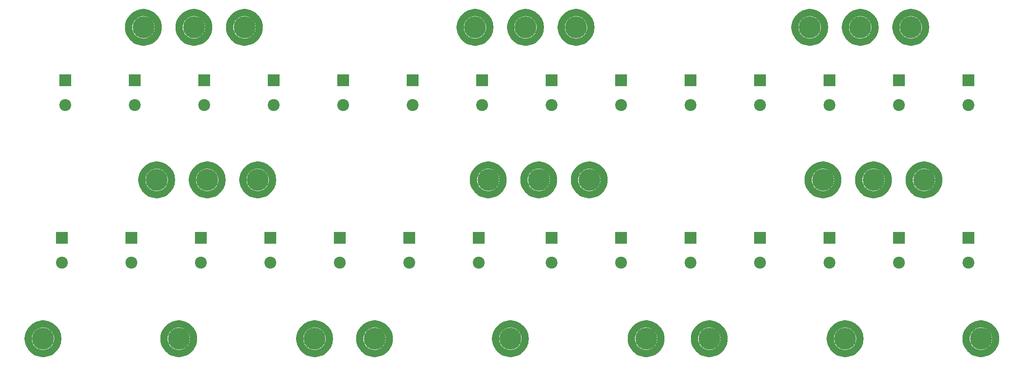
<source format=gbr>
%TF.GenerationSoftware,KiCad,Pcbnew,(5.1.9)-1*%
%TF.CreationDate,2021-04-16T14:26:57+02:00*%
%TF.ProjectId,dc_link,64635f6c-696e-46b2-9e6b-696361645f70,rev?*%
%TF.SameCoordinates,Original*%
%TF.FileFunction,Soldermask,Top*%
%TF.FilePolarity,Negative*%
%FSLAX46Y46*%
G04 Gerber Fmt 4.6, Leading zero omitted, Abs format (unit mm)*
G04 Created by KiCad (PCBNEW (5.1.9)-1) date 2021-04-16 14:26:57*
%MOMM*%
%LPD*%
G01*
G04 APERTURE LIST*
%ADD10C,4.400000*%
%ADD11C,0.100000*%
%ADD12C,2.400000*%
%ADD13R,2.400000X2.400000*%
G04 APERTURE END LIST*
D10*
%TO.C,REF\u002A\u002A*%
X233680000Y-118745000D03*
D11*
G36*
X234222903Y-115085047D02*
G01*
X234579027Y-115155884D01*
X234926492Y-115261287D01*
X235261954Y-115400240D01*
X235582180Y-115571404D01*
X235884087Y-115773132D01*
X236164768Y-116003481D01*
X236421519Y-116260232D01*
X236651868Y-116540913D01*
X236853596Y-116842820D01*
X237024760Y-117163046D01*
X237163713Y-117498508D01*
X237269116Y-117845973D01*
X237339953Y-118202097D01*
X237375543Y-118563450D01*
X237375543Y-118926550D01*
X237339953Y-119287903D01*
X237269116Y-119644027D01*
X237163713Y-119991492D01*
X237024760Y-120326954D01*
X236853596Y-120647180D01*
X236651868Y-120949087D01*
X236421519Y-121229768D01*
X236164768Y-121486519D01*
X235884087Y-121716868D01*
X235582180Y-121918596D01*
X235261954Y-122089760D01*
X234926492Y-122228713D01*
X234579027Y-122334116D01*
X234222903Y-122404953D01*
X233861550Y-122440543D01*
X233498450Y-122440543D01*
X233137097Y-122404953D01*
X232780973Y-122334116D01*
X232433508Y-122228713D01*
X232098046Y-122089760D01*
X231777820Y-121918596D01*
X231475913Y-121716868D01*
X231195232Y-121486519D01*
X230938481Y-121229768D01*
X230708132Y-120949087D01*
X230506404Y-120647180D01*
X230335240Y-120326954D01*
X230196287Y-119991492D01*
X230090884Y-119644027D01*
X230020047Y-119287903D01*
X229984457Y-118926550D01*
X229984457Y-118634598D01*
X231432710Y-118634598D01*
X231432710Y-118855402D01*
X231454353Y-119075144D01*
X231497430Y-119291705D01*
X231561526Y-119503002D01*
X231646024Y-119706999D01*
X231750111Y-119901731D01*
X231872783Y-120085323D01*
X232012860Y-120256008D01*
X232168992Y-120412140D01*
X232339677Y-120552217D01*
X232523269Y-120674889D01*
X232718001Y-120778976D01*
X232921998Y-120863474D01*
X233133295Y-120927570D01*
X233349856Y-120970647D01*
X233569598Y-120992290D01*
X233790402Y-120992290D01*
X234010144Y-120970647D01*
X234226705Y-120927570D01*
X234438002Y-120863474D01*
X234641999Y-120778976D01*
X234836731Y-120674889D01*
X235020323Y-120552217D01*
X235191008Y-120412140D01*
X235347140Y-120256008D01*
X235487217Y-120085323D01*
X235609889Y-119901731D01*
X235713976Y-119706999D01*
X235798474Y-119503002D01*
X235862570Y-119291705D01*
X235905647Y-119075144D01*
X235927290Y-118855402D01*
X235927290Y-118634598D01*
X235905647Y-118414856D01*
X235862570Y-118198295D01*
X235798474Y-117986998D01*
X235713976Y-117783001D01*
X235609889Y-117588269D01*
X235487217Y-117404677D01*
X235347140Y-117233992D01*
X235191008Y-117077860D01*
X235020323Y-116937783D01*
X234836731Y-116815111D01*
X234641999Y-116711024D01*
X234438002Y-116626526D01*
X234226705Y-116562430D01*
X234010144Y-116519353D01*
X233790402Y-116497710D01*
X233569598Y-116497710D01*
X233349856Y-116519353D01*
X233133295Y-116562430D01*
X232921998Y-116626526D01*
X232718001Y-116711024D01*
X232523269Y-116815111D01*
X232339677Y-116937783D01*
X232168992Y-117077860D01*
X232012860Y-117233992D01*
X231872783Y-117404677D01*
X231750111Y-117588269D01*
X231646024Y-117783001D01*
X231561526Y-117986998D01*
X231497430Y-118198295D01*
X231454353Y-118414856D01*
X231432710Y-118634598D01*
X229984457Y-118634598D01*
X229984457Y-118563450D01*
X230020047Y-118202097D01*
X230090884Y-117845973D01*
X230196287Y-117498508D01*
X230335240Y-117163046D01*
X230506404Y-116842820D01*
X230708132Y-116540913D01*
X230938481Y-116260232D01*
X231195232Y-116003481D01*
X231475913Y-115773132D01*
X231777820Y-115571404D01*
X232098046Y-115400240D01*
X232433508Y-115261287D01*
X232780973Y-115155884D01*
X233137097Y-115085047D01*
X233498450Y-115049457D01*
X233861550Y-115049457D01*
X234222903Y-115085047D01*
G37*
%TD*%
%TO.C,REF\u002A\u002A*%
G36*
X206917903Y-115085047D02*
G01*
X207274027Y-115155884D01*
X207621492Y-115261287D01*
X207956954Y-115400240D01*
X208277180Y-115571404D01*
X208579087Y-115773132D01*
X208859768Y-116003481D01*
X209116519Y-116260232D01*
X209346868Y-116540913D01*
X209548596Y-116842820D01*
X209719760Y-117163046D01*
X209858713Y-117498508D01*
X209964116Y-117845973D01*
X210034953Y-118202097D01*
X210070543Y-118563450D01*
X210070543Y-118926550D01*
X210034953Y-119287903D01*
X209964116Y-119644027D01*
X209858713Y-119991492D01*
X209719760Y-120326954D01*
X209548596Y-120647180D01*
X209346868Y-120949087D01*
X209116519Y-121229768D01*
X208859768Y-121486519D01*
X208579087Y-121716868D01*
X208277180Y-121918596D01*
X207956954Y-122089760D01*
X207621492Y-122228713D01*
X207274027Y-122334116D01*
X206917903Y-122404953D01*
X206556550Y-122440543D01*
X206193450Y-122440543D01*
X205832097Y-122404953D01*
X205475973Y-122334116D01*
X205128508Y-122228713D01*
X204793046Y-122089760D01*
X204472820Y-121918596D01*
X204170913Y-121716868D01*
X203890232Y-121486519D01*
X203633481Y-121229768D01*
X203403132Y-120949087D01*
X203201404Y-120647180D01*
X203030240Y-120326954D01*
X202891287Y-119991492D01*
X202785884Y-119644027D01*
X202715047Y-119287903D01*
X202679457Y-118926550D01*
X202679457Y-118634598D01*
X204127710Y-118634598D01*
X204127710Y-118855402D01*
X204149353Y-119075144D01*
X204192430Y-119291705D01*
X204256526Y-119503002D01*
X204341024Y-119706999D01*
X204445111Y-119901731D01*
X204567783Y-120085323D01*
X204707860Y-120256008D01*
X204863992Y-120412140D01*
X205034677Y-120552217D01*
X205218269Y-120674889D01*
X205413001Y-120778976D01*
X205616998Y-120863474D01*
X205828295Y-120927570D01*
X206044856Y-120970647D01*
X206264598Y-120992290D01*
X206485402Y-120992290D01*
X206705144Y-120970647D01*
X206921705Y-120927570D01*
X207133002Y-120863474D01*
X207336999Y-120778976D01*
X207531731Y-120674889D01*
X207715323Y-120552217D01*
X207886008Y-120412140D01*
X208042140Y-120256008D01*
X208182217Y-120085323D01*
X208304889Y-119901731D01*
X208408976Y-119706999D01*
X208493474Y-119503002D01*
X208557570Y-119291705D01*
X208600647Y-119075144D01*
X208622290Y-118855402D01*
X208622290Y-118634598D01*
X208600647Y-118414856D01*
X208557570Y-118198295D01*
X208493474Y-117986998D01*
X208408976Y-117783001D01*
X208304889Y-117588269D01*
X208182217Y-117404677D01*
X208042140Y-117233992D01*
X207886008Y-117077860D01*
X207715323Y-116937783D01*
X207531731Y-116815111D01*
X207336999Y-116711024D01*
X207133002Y-116626526D01*
X206921705Y-116562430D01*
X206705144Y-116519353D01*
X206485402Y-116497710D01*
X206264598Y-116497710D01*
X206044856Y-116519353D01*
X205828295Y-116562430D01*
X205616998Y-116626526D01*
X205413001Y-116711024D01*
X205218269Y-116815111D01*
X205034677Y-116937783D01*
X204863992Y-117077860D01*
X204707860Y-117233992D01*
X204567783Y-117404677D01*
X204445111Y-117588269D01*
X204341024Y-117783001D01*
X204256526Y-117986998D01*
X204192430Y-118198295D01*
X204149353Y-118414856D01*
X204127710Y-118634598D01*
X202679457Y-118634598D01*
X202679457Y-118563450D01*
X202715047Y-118202097D01*
X202785884Y-117845973D01*
X202891287Y-117498508D01*
X203030240Y-117163046D01*
X203201404Y-116842820D01*
X203403132Y-116540913D01*
X203633481Y-116260232D01*
X203890232Y-116003481D01*
X204170913Y-115773132D01*
X204472820Y-115571404D01*
X204793046Y-115400240D01*
X205128508Y-115261287D01*
X205475973Y-115155884D01*
X205832097Y-115085047D01*
X206193450Y-115049457D01*
X206556550Y-115049457D01*
X206917903Y-115085047D01*
G37*
D10*
X206375000Y-118745000D03*
%TD*%
%TO.C,REF\u002A\u002A*%
X179070000Y-118745000D03*
D11*
G36*
X179612903Y-115085047D02*
G01*
X179969027Y-115155884D01*
X180316492Y-115261287D01*
X180651954Y-115400240D01*
X180972180Y-115571404D01*
X181274087Y-115773132D01*
X181554768Y-116003481D01*
X181811519Y-116260232D01*
X182041868Y-116540913D01*
X182243596Y-116842820D01*
X182414760Y-117163046D01*
X182553713Y-117498508D01*
X182659116Y-117845973D01*
X182729953Y-118202097D01*
X182765543Y-118563450D01*
X182765543Y-118926550D01*
X182729953Y-119287903D01*
X182659116Y-119644027D01*
X182553713Y-119991492D01*
X182414760Y-120326954D01*
X182243596Y-120647180D01*
X182041868Y-120949087D01*
X181811519Y-121229768D01*
X181554768Y-121486519D01*
X181274087Y-121716868D01*
X180972180Y-121918596D01*
X180651954Y-122089760D01*
X180316492Y-122228713D01*
X179969027Y-122334116D01*
X179612903Y-122404953D01*
X179251550Y-122440543D01*
X178888450Y-122440543D01*
X178527097Y-122404953D01*
X178170973Y-122334116D01*
X177823508Y-122228713D01*
X177488046Y-122089760D01*
X177167820Y-121918596D01*
X176865913Y-121716868D01*
X176585232Y-121486519D01*
X176328481Y-121229768D01*
X176098132Y-120949087D01*
X175896404Y-120647180D01*
X175725240Y-120326954D01*
X175586287Y-119991492D01*
X175480884Y-119644027D01*
X175410047Y-119287903D01*
X175374457Y-118926550D01*
X175374457Y-118634598D01*
X176822710Y-118634598D01*
X176822710Y-118855402D01*
X176844353Y-119075144D01*
X176887430Y-119291705D01*
X176951526Y-119503002D01*
X177036024Y-119706999D01*
X177140111Y-119901731D01*
X177262783Y-120085323D01*
X177402860Y-120256008D01*
X177558992Y-120412140D01*
X177729677Y-120552217D01*
X177913269Y-120674889D01*
X178108001Y-120778976D01*
X178311998Y-120863474D01*
X178523295Y-120927570D01*
X178739856Y-120970647D01*
X178959598Y-120992290D01*
X179180402Y-120992290D01*
X179400144Y-120970647D01*
X179616705Y-120927570D01*
X179828002Y-120863474D01*
X180031999Y-120778976D01*
X180226731Y-120674889D01*
X180410323Y-120552217D01*
X180581008Y-120412140D01*
X180737140Y-120256008D01*
X180877217Y-120085323D01*
X180999889Y-119901731D01*
X181103976Y-119706999D01*
X181188474Y-119503002D01*
X181252570Y-119291705D01*
X181295647Y-119075144D01*
X181317290Y-118855402D01*
X181317290Y-118634598D01*
X181295647Y-118414856D01*
X181252570Y-118198295D01*
X181188474Y-117986998D01*
X181103976Y-117783001D01*
X180999889Y-117588269D01*
X180877217Y-117404677D01*
X180737140Y-117233992D01*
X180581008Y-117077860D01*
X180410323Y-116937783D01*
X180226731Y-116815111D01*
X180031999Y-116711024D01*
X179828002Y-116626526D01*
X179616705Y-116562430D01*
X179400144Y-116519353D01*
X179180402Y-116497710D01*
X178959598Y-116497710D01*
X178739856Y-116519353D01*
X178523295Y-116562430D01*
X178311998Y-116626526D01*
X178108001Y-116711024D01*
X177913269Y-116815111D01*
X177729677Y-116937783D01*
X177558992Y-117077860D01*
X177402860Y-117233992D01*
X177262783Y-117404677D01*
X177140111Y-117588269D01*
X177036024Y-117783001D01*
X176951526Y-117986998D01*
X176887430Y-118198295D01*
X176844353Y-118414856D01*
X176822710Y-118634598D01*
X175374457Y-118634598D01*
X175374457Y-118563450D01*
X175410047Y-118202097D01*
X175480884Y-117845973D01*
X175586287Y-117498508D01*
X175725240Y-117163046D01*
X175896404Y-116842820D01*
X176098132Y-116540913D01*
X176328481Y-116260232D01*
X176585232Y-116003481D01*
X176865913Y-115773132D01*
X177167820Y-115571404D01*
X177488046Y-115400240D01*
X177823508Y-115261287D01*
X178170973Y-115155884D01*
X178527097Y-115085047D01*
X178888450Y-115049457D01*
X179251550Y-115049457D01*
X179612903Y-115085047D01*
G37*
%TD*%
%TO.C,REF\u002A\u002A*%
G36*
X166912903Y-115085047D02*
G01*
X167269027Y-115155884D01*
X167616492Y-115261287D01*
X167951954Y-115400240D01*
X168272180Y-115571404D01*
X168574087Y-115773132D01*
X168854768Y-116003481D01*
X169111519Y-116260232D01*
X169341868Y-116540913D01*
X169543596Y-116842820D01*
X169714760Y-117163046D01*
X169853713Y-117498508D01*
X169959116Y-117845973D01*
X170029953Y-118202097D01*
X170065543Y-118563450D01*
X170065543Y-118926550D01*
X170029953Y-119287903D01*
X169959116Y-119644027D01*
X169853713Y-119991492D01*
X169714760Y-120326954D01*
X169543596Y-120647180D01*
X169341868Y-120949087D01*
X169111519Y-121229768D01*
X168854768Y-121486519D01*
X168574087Y-121716868D01*
X168272180Y-121918596D01*
X167951954Y-122089760D01*
X167616492Y-122228713D01*
X167269027Y-122334116D01*
X166912903Y-122404953D01*
X166551550Y-122440543D01*
X166188450Y-122440543D01*
X165827097Y-122404953D01*
X165470973Y-122334116D01*
X165123508Y-122228713D01*
X164788046Y-122089760D01*
X164467820Y-121918596D01*
X164165913Y-121716868D01*
X163885232Y-121486519D01*
X163628481Y-121229768D01*
X163398132Y-120949087D01*
X163196404Y-120647180D01*
X163025240Y-120326954D01*
X162886287Y-119991492D01*
X162780884Y-119644027D01*
X162710047Y-119287903D01*
X162674457Y-118926550D01*
X162674457Y-118634598D01*
X164122710Y-118634598D01*
X164122710Y-118855402D01*
X164144353Y-119075144D01*
X164187430Y-119291705D01*
X164251526Y-119503002D01*
X164336024Y-119706999D01*
X164440111Y-119901731D01*
X164562783Y-120085323D01*
X164702860Y-120256008D01*
X164858992Y-120412140D01*
X165029677Y-120552217D01*
X165213269Y-120674889D01*
X165408001Y-120778976D01*
X165611998Y-120863474D01*
X165823295Y-120927570D01*
X166039856Y-120970647D01*
X166259598Y-120992290D01*
X166480402Y-120992290D01*
X166700144Y-120970647D01*
X166916705Y-120927570D01*
X167128002Y-120863474D01*
X167331999Y-120778976D01*
X167526731Y-120674889D01*
X167710323Y-120552217D01*
X167881008Y-120412140D01*
X168037140Y-120256008D01*
X168177217Y-120085323D01*
X168299889Y-119901731D01*
X168403976Y-119706999D01*
X168488474Y-119503002D01*
X168552570Y-119291705D01*
X168595647Y-119075144D01*
X168617290Y-118855402D01*
X168617290Y-118634598D01*
X168595647Y-118414856D01*
X168552570Y-118198295D01*
X168488474Y-117986998D01*
X168403976Y-117783001D01*
X168299889Y-117588269D01*
X168177217Y-117404677D01*
X168037140Y-117233992D01*
X167881008Y-117077860D01*
X167710323Y-116937783D01*
X167526731Y-116815111D01*
X167331999Y-116711024D01*
X167128002Y-116626526D01*
X166916705Y-116562430D01*
X166700144Y-116519353D01*
X166480402Y-116497710D01*
X166259598Y-116497710D01*
X166039856Y-116519353D01*
X165823295Y-116562430D01*
X165611998Y-116626526D01*
X165408001Y-116711024D01*
X165213269Y-116815111D01*
X165029677Y-116937783D01*
X164858992Y-117077860D01*
X164702860Y-117233992D01*
X164562783Y-117404677D01*
X164440111Y-117588269D01*
X164336024Y-117783001D01*
X164251526Y-117986998D01*
X164187430Y-118198295D01*
X164144353Y-118414856D01*
X164122710Y-118634598D01*
X162674457Y-118634598D01*
X162674457Y-118563450D01*
X162710047Y-118202097D01*
X162780884Y-117845973D01*
X162886287Y-117498508D01*
X163025240Y-117163046D01*
X163196404Y-116842820D01*
X163398132Y-116540913D01*
X163628481Y-116260232D01*
X163885232Y-116003481D01*
X164165913Y-115773132D01*
X164467820Y-115571404D01*
X164788046Y-115400240D01*
X165123508Y-115261287D01*
X165470973Y-115155884D01*
X165827097Y-115085047D01*
X166188450Y-115049457D01*
X166551550Y-115049457D01*
X166912903Y-115085047D01*
G37*
D10*
X166370000Y-118745000D03*
%TD*%
%TO.C,REF\u002A\u002A*%
X139065000Y-118745000D03*
D11*
G36*
X139607903Y-115085047D02*
G01*
X139964027Y-115155884D01*
X140311492Y-115261287D01*
X140646954Y-115400240D01*
X140967180Y-115571404D01*
X141269087Y-115773132D01*
X141549768Y-116003481D01*
X141806519Y-116260232D01*
X142036868Y-116540913D01*
X142238596Y-116842820D01*
X142409760Y-117163046D01*
X142548713Y-117498508D01*
X142654116Y-117845973D01*
X142724953Y-118202097D01*
X142760543Y-118563450D01*
X142760543Y-118926550D01*
X142724953Y-119287903D01*
X142654116Y-119644027D01*
X142548713Y-119991492D01*
X142409760Y-120326954D01*
X142238596Y-120647180D01*
X142036868Y-120949087D01*
X141806519Y-121229768D01*
X141549768Y-121486519D01*
X141269087Y-121716868D01*
X140967180Y-121918596D01*
X140646954Y-122089760D01*
X140311492Y-122228713D01*
X139964027Y-122334116D01*
X139607903Y-122404953D01*
X139246550Y-122440543D01*
X138883450Y-122440543D01*
X138522097Y-122404953D01*
X138165973Y-122334116D01*
X137818508Y-122228713D01*
X137483046Y-122089760D01*
X137162820Y-121918596D01*
X136860913Y-121716868D01*
X136580232Y-121486519D01*
X136323481Y-121229768D01*
X136093132Y-120949087D01*
X135891404Y-120647180D01*
X135720240Y-120326954D01*
X135581287Y-119991492D01*
X135475884Y-119644027D01*
X135405047Y-119287903D01*
X135369457Y-118926550D01*
X135369457Y-118634598D01*
X136817710Y-118634598D01*
X136817710Y-118855402D01*
X136839353Y-119075144D01*
X136882430Y-119291705D01*
X136946526Y-119503002D01*
X137031024Y-119706999D01*
X137135111Y-119901731D01*
X137257783Y-120085323D01*
X137397860Y-120256008D01*
X137553992Y-120412140D01*
X137724677Y-120552217D01*
X137908269Y-120674889D01*
X138103001Y-120778976D01*
X138306998Y-120863474D01*
X138518295Y-120927570D01*
X138734856Y-120970647D01*
X138954598Y-120992290D01*
X139175402Y-120992290D01*
X139395144Y-120970647D01*
X139611705Y-120927570D01*
X139823002Y-120863474D01*
X140026999Y-120778976D01*
X140221731Y-120674889D01*
X140405323Y-120552217D01*
X140576008Y-120412140D01*
X140732140Y-120256008D01*
X140872217Y-120085323D01*
X140994889Y-119901731D01*
X141098976Y-119706999D01*
X141183474Y-119503002D01*
X141247570Y-119291705D01*
X141290647Y-119075144D01*
X141312290Y-118855402D01*
X141312290Y-118634598D01*
X141290647Y-118414856D01*
X141247570Y-118198295D01*
X141183474Y-117986998D01*
X141098976Y-117783001D01*
X140994889Y-117588269D01*
X140872217Y-117404677D01*
X140732140Y-117233992D01*
X140576008Y-117077860D01*
X140405323Y-116937783D01*
X140221731Y-116815111D01*
X140026999Y-116711024D01*
X139823002Y-116626526D01*
X139611705Y-116562430D01*
X139395144Y-116519353D01*
X139175402Y-116497710D01*
X138954598Y-116497710D01*
X138734856Y-116519353D01*
X138518295Y-116562430D01*
X138306998Y-116626526D01*
X138103001Y-116711024D01*
X137908269Y-116815111D01*
X137724677Y-116937783D01*
X137553992Y-117077860D01*
X137397860Y-117233992D01*
X137257783Y-117404677D01*
X137135111Y-117588269D01*
X137031024Y-117783001D01*
X136946526Y-117986998D01*
X136882430Y-118198295D01*
X136839353Y-118414856D01*
X136817710Y-118634598D01*
X135369457Y-118634598D01*
X135369457Y-118563450D01*
X135405047Y-118202097D01*
X135475884Y-117845973D01*
X135581287Y-117498508D01*
X135720240Y-117163046D01*
X135891404Y-116842820D01*
X136093132Y-116540913D01*
X136323481Y-116260232D01*
X136580232Y-116003481D01*
X136860913Y-115773132D01*
X137162820Y-115571404D01*
X137483046Y-115400240D01*
X137818508Y-115261287D01*
X138165973Y-115155884D01*
X138522097Y-115085047D01*
X138883450Y-115049457D01*
X139246550Y-115049457D01*
X139607903Y-115085047D01*
G37*
%TD*%
%TO.C,REF\u002A\u002A*%
G36*
X112302903Y-115085047D02*
G01*
X112659027Y-115155884D01*
X113006492Y-115261287D01*
X113341954Y-115400240D01*
X113662180Y-115571404D01*
X113964087Y-115773132D01*
X114244768Y-116003481D01*
X114501519Y-116260232D01*
X114731868Y-116540913D01*
X114933596Y-116842820D01*
X115104760Y-117163046D01*
X115243713Y-117498508D01*
X115349116Y-117845973D01*
X115419953Y-118202097D01*
X115455543Y-118563450D01*
X115455543Y-118926550D01*
X115419953Y-119287903D01*
X115349116Y-119644027D01*
X115243713Y-119991492D01*
X115104760Y-120326954D01*
X114933596Y-120647180D01*
X114731868Y-120949087D01*
X114501519Y-121229768D01*
X114244768Y-121486519D01*
X113964087Y-121716868D01*
X113662180Y-121918596D01*
X113341954Y-122089760D01*
X113006492Y-122228713D01*
X112659027Y-122334116D01*
X112302903Y-122404953D01*
X111941550Y-122440543D01*
X111578450Y-122440543D01*
X111217097Y-122404953D01*
X110860973Y-122334116D01*
X110513508Y-122228713D01*
X110178046Y-122089760D01*
X109857820Y-121918596D01*
X109555913Y-121716868D01*
X109275232Y-121486519D01*
X109018481Y-121229768D01*
X108788132Y-120949087D01*
X108586404Y-120647180D01*
X108415240Y-120326954D01*
X108276287Y-119991492D01*
X108170884Y-119644027D01*
X108100047Y-119287903D01*
X108064457Y-118926550D01*
X108064457Y-118634598D01*
X109512710Y-118634598D01*
X109512710Y-118855402D01*
X109534353Y-119075144D01*
X109577430Y-119291705D01*
X109641526Y-119503002D01*
X109726024Y-119706999D01*
X109830111Y-119901731D01*
X109952783Y-120085323D01*
X110092860Y-120256008D01*
X110248992Y-120412140D01*
X110419677Y-120552217D01*
X110603269Y-120674889D01*
X110798001Y-120778976D01*
X111001998Y-120863474D01*
X111213295Y-120927570D01*
X111429856Y-120970647D01*
X111649598Y-120992290D01*
X111870402Y-120992290D01*
X112090144Y-120970647D01*
X112306705Y-120927570D01*
X112518002Y-120863474D01*
X112721999Y-120778976D01*
X112916731Y-120674889D01*
X113100323Y-120552217D01*
X113271008Y-120412140D01*
X113427140Y-120256008D01*
X113567217Y-120085323D01*
X113689889Y-119901731D01*
X113793976Y-119706999D01*
X113878474Y-119503002D01*
X113942570Y-119291705D01*
X113985647Y-119075144D01*
X114007290Y-118855402D01*
X114007290Y-118634598D01*
X113985647Y-118414856D01*
X113942570Y-118198295D01*
X113878474Y-117986998D01*
X113793976Y-117783001D01*
X113689889Y-117588269D01*
X113567217Y-117404677D01*
X113427140Y-117233992D01*
X113271008Y-117077860D01*
X113100323Y-116937783D01*
X112916731Y-116815111D01*
X112721999Y-116711024D01*
X112518002Y-116626526D01*
X112306705Y-116562430D01*
X112090144Y-116519353D01*
X111870402Y-116497710D01*
X111649598Y-116497710D01*
X111429856Y-116519353D01*
X111213295Y-116562430D01*
X111001998Y-116626526D01*
X110798001Y-116711024D01*
X110603269Y-116815111D01*
X110419677Y-116937783D01*
X110248992Y-117077860D01*
X110092860Y-117233992D01*
X109952783Y-117404677D01*
X109830111Y-117588269D01*
X109726024Y-117783001D01*
X109641526Y-117986998D01*
X109577430Y-118198295D01*
X109534353Y-118414856D01*
X109512710Y-118634598D01*
X108064457Y-118634598D01*
X108064457Y-118563450D01*
X108100047Y-118202097D01*
X108170884Y-117845973D01*
X108276287Y-117498508D01*
X108415240Y-117163046D01*
X108586404Y-116842820D01*
X108788132Y-116540913D01*
X109018481Y-116260232D01*
X109275232Y-116003481D01*
X109555913Y-115773132D01*
X109857820Y-115571404D01*
X110178046Y-115400240D01*
X110513508Y-115261287D01*
X110860973Y-115155884D01*
X111217097Y-115085047D01*
X111578450Y-115049457D01*
X111941550Y-115049457D01*
X112302903Y-115085047D01*
G37*
D10*
X111760000Y-118745000D03*
%TD*%
%TO.C,REF\u002A\u002A*%
X99695000Y-118745000D03*
D11*
G36*
X100237903Y-115085047D02*
G01*
X100594027Y-115155884D01*
X100941492Y-115261287D01*
X101276954Y-115400240D01*
X101597180Y-115571404D01*
X101899087Y-115773132D01*
X102179768Y-116003481D01*
X102436519Y-116260232D01*
X102666868Y-116540913D01*
X102868596Y-116842820D01*
X103039760Y-117163046D01*
X103178713Y-117498508D01*
X103284116Y-117845973D01*
X103354953Y-118202097D01*
X103390543Y-118563450D01*
X103390543Y-118926550D01*
X103354953Y-119287903D01*
X103284116Y-119644027D01*
X103178713Y-119991492D01*
X103039760Y-120326954D01*
X102868596Y-120647180D01*
X102666868Y-120949087D01*
X102436519Y-121229768D01*
X102179768Y-121486519D01*
X101899087Y-121716868D01*
X101597180Y-121918596D01*
X101276954Y-122089760D01*
X100941492Y-122228713D01*
X100594027Y-122334116D01*
X100237903Y-122404953D01*
X99876550Y-122440543D01*
X99513450Y-122440543D01*
X99152097Y-122404953D01*
X98795973Y-122334116D01*
X98448508Y-122228713D01*
X98113046Y-122089760D01*
X97792820Y-121918596D01*
X97490913Y-121716868D01*
X97210232Y-121486519D01*
X96953481Y-121229768D01*
X96723132Y-120949087D01*
X96521404Y-120647180D01*
X96350240Y-120326954D01*
X96211287Y-119991492D01*
X96105884Y-119644027D01*
X96035047Y-119287903D01*
X95999457Y-118926550D01*
X95999457Y-118634598D01*
X97447710Y-118634598D01*
X97447710Y-118855402D01*
X97469353Y-119075144D01*
X97512430Y-119291705D01*
X97576526Y-119503002D01*
X97661024Y-119706999D01*
X97765111Y-119901731D01*
X97887783Y-120085323D01*
X98027860Y-120256008D01*
X98183992Y-120412140D01*
X98354677Y-120552217D01*
X98538269Y-120674889D01*
X98733001Y-120778976D01*
X98936998Y-120863474D01*
X99148295Y-120927570D01*
X99364856Y-120970647D01*
X99584598Y-120992290D01*
X99805402Y-120992290D01*
X100025144Y-120970647D01*
X100241705Y-120927570D01*
X100453002Y-120863474D01*
X100656999Y-120778976D01*
X100851731Y-120674889D01*
X101035323Y-120552217D01*
X101206008Y-120412140D01*
X101362140Y-120256008D01*
X101502217Y-120085323D01*
X101624889Y-119901731D01*
X101728976Y-119706999D01*
X101813474Y-119503002D01*
X101877570Y-119291705D01*
X101920647Y-119075144D01*
X101942290Y-118855402D01*
X101942290Y-118634598D01*
X101920647Y-118414856D01*
X101877570Y-118198295D01*
X101813474Y-117986998D01*
X101728976Y-117783001D01*
X101624889Y-117588269D01*
X101502217Y-117404677D01*
X101362140Y-117233992D01*
X101206008Y-117077860D01*
X101035323Y-116937783D01*
X100851731Y-116815111D01*
X100656999Y-116711024D01*
X100453002Y-116626526D01*
X100241705Y-116562430D01*
X100025144Y-116519353D01*
X99805402Y-116497710D01*
X99584598Y-116497710D01*
X99364856Y-116519353D01*
X99148295Y-116562430D01*
X98936998Y-116626526D01*
X98733001Y-116711024D01*
X98538269Y-116815111D01*
X98354677Y-116937783D01*
X98183992Y-117077860D01*
X98027860Y-117233992D01*
X97887783Y-117404677D01*
X97765111Y-117588269D01*
X97661024Y-117783001D01*
X97576526Y-117986998D01*
X97512430Y-118198295D01*
X97469353Y-118414856D01*
X97447710Y-118634598D01*
X95999457Y-118634598D01*
X95999457Y-118563450D01*
X96035047Y-118202097D01*
X96105884Y-117845973D01*
X96211287Y-117498508D01*
X96350240Y-117163046D01*
X96521404Y-116842820D01*
X96723132Y-116540913D01*
X96953481Y-116260232D01*
X97210232Y-116003481D01*
X97490913Y-115773132D01*
X97792820Y-115571404D01*
X98113046Y-115400240D01*
X98448508Y-115261287D01*
X98795973Y-115155884D01*
X99152097Y-115085047D01*
X99513450Y-115049457D01*
X99876550Y-115049457D01*
X100237903Y-115085047D01*
G37*
%TD*%
%TO.C,REF\u002A\u002A*%
G36*
X72932903Y-115085047D02*
G01*
X73289027Y-115155884D01*
X73636492Y-115261287D01*
X73971954Y-115400240D01*
X74292180Y-115571404D01*
X74594087Y-115773132D01*
X74874768Y-116003481D01*
X75131519Y-116260232D01*
X75361868Y-116540913D01*
X75563596Y-116842820D01*
X75734760Y-117163046D01*
X75873713Y-117498508D01*
X75979116Y-117845973D01*
X76049953Y-118202097D01*
X76085543Y-118563450D01*
X76085543Y-118926550D01*
X76049953Y-119287903D01*
X75979116Y-119644027D01*
X75873713Y-119991492D01*
X75734760Y-120326954D01*
X75563596Y-120647180D01*
X75361868Y-120949087D01*
X75131519Y-121229768D01*
X74874768Y-121486519D01*
X74594087Y-121716868D01*
X74292180Y-121918596D01*
X73971954Y-122089760D01*
X73636492Y-122228713D01*
X73289027Y-122334116D01*
X72932903Y-122404953D01*
X72571550Y-122440543D01*
X72208450Y-122440543D01*
X71847097Y-122404953D01*
X71490973Y-122334116D01*
X71143508Y-122228713D01*
X70808046Y-122089760D01*
X70487820Y-121918596D01*
X70185913Y-121716868D01*
X69905232Y-121486519D01*
X69648481Y-121229768D01*
X69418132Y-120949087D01*
X69216404Y-120647180D01*
X69045240Y-120326954D01*
X68906287Y-119991492D01*
X68800884Y-119644027D01*
X68730047Y-119287903D01*
X68694457Y-118926550D01*
X68694457Y-118634598D01*
X70142710Y-118634598D01*
X70142710Y-118855402D01*
X70164353Y-119075144D01*
X70207430Y-119291705D01*
X70271526Y-119503002D01*
X70356024Y-119706999D01*
X70460111Y-119901731D01*
X70582783Y-120085323D01*
X70722860Y-120256008D01*
X70878992Y-120412140D01*
X71049677Y-120552217D01*
X71233269Y-120674889D01*
X71428001Y-120778976D01*
X71631998Y-120863474D01*
X71843295Y-120927570D01*
X72059856Y-120970647D01*
X72279598Y-120992290D01*
X72500402Y-120992290D01*
X72720144Y-120970647D01*
X72936705Y-120927570D01*
X73148002Y-120863474D01*
X73351999Y-120778976D01*
X73546731Y-120674889D01*
X73730323Y-120552217D01*
X73901008Y-120412140D01*
X74057140Y-120256008D01*
X74197217Y-120085323D01*
X74319889Y-119901731D01*
X74423976Y-119706999D01*
X74508474Y-119503002D01*
X74572570Y-119291705D01*
X74615647Y-119075144D01*
X74637290Y-118855402D01*
X74637290Y-118634598D01*
X74615647Y-118414856D01*
X74572570Y-118198295D01*
X74508474Y-117986998D01*
X74423976Y-117783001D01*
X74319889Y-117588269D01*
X74197217Y-117404677D01*
X74057140Y-117233992D01*
X73901008Y-117077860D01*
X73730323Y-116937783D01*
X73546731Y-116815111D01*
X73351999Y-116711024D01*
X73148002Y-116626526D01*
X72936705Y-116562430D01*
X72720144Y-116519353D01*
X72500402Y-116497710D01*
X72279598Y-116497710D01*
X72059856Y-116519353D01*
X71843295Y-116562430D01*
X71631998Y-116626526D01*
X71428001Y-116711024D01*
X71233269Y-116815111D01*
X71049677Y-116937783D01*
X70878992Y-117077860D01*
X70722860Y-117233992D01*
X70582783Y-117404677D01*
X70460111Y-117588269D01*
X70356024Y-117783001D01*
X70271526Y-117986998D01*
X70207430Y-118198295D01*
X70164353Y-118414856D01*
X70142710Y-118634598D01*
X68694457Y-118634598D01*
X68694457Y-118563450D01*
X68730047Y-118202097D01*
X68800884Y-117845973D01*
X68906287Y-117498508D01*
X69045240Y-117163046D01*
X69216404Y-116842820D01*
X69418132Y-116540913D01*
X69648481Y-116260232D01*
X69905232Y-116003481D01*
X70185913Y-115773132D01*
X70487820Y-115571404D01*
X70808046Y-115400240D01*
X71143508Y-115261287D01*
X71490973Y-115155884D01*
X71847097Y-115085047D01*
X72208450Y-115049457D01*
X72571550Y-115049457D01*
X72932903Y-115085047D01*
G37*
D10*
X72390000Y-118745000D03*
%TD*%
D11*
%TO.C,REF\u002A\u002A*%
G36*
X220125903Y-52347047D02*
G01*
X220482027Y-52417884D01*
X220829492Y-52523287D01*
X221164954Y-52662240D01*
X221485180Y-52833404D01*
X221787087Y-53035132D01*
X222067768Y-53265481D01*
X222324519Y-53522232D01*
X222554868Y-53802913D01*
X222756596Y-54104820D01*
X222927760Y-54425046D01*
X223066713Y-54760508D01*
X223172116Y-55107973D01*
X223242953Y-55464097D01*
X223278543Y-55825450D01*
X223278543Y-56188550D01*
X223242953Y-56549903D01*
X223172116Y-56906027D01*
X223066713Y-57253492D01*
X222927760Y-57588954D01*
X222756596Y-57909180D01*
X222554868Y-58211087D01*
X222324519Y-58491768D01*
X222067768Y-58748519D01*
X221787087Y-58978868D01*
X221485180Y-59180596D01*
X221164954Y-59351760D01*
X220829492Y-59490713D01*
X220482027Y-59596116D01*
X220125903Y-59666953D01*
X219764550Y-59702543D01*
X219401450Y-59702543D01*
X219040097Y-59666953D01*
X218683973Y-59596116D01*
X218336508Y-59490713D01*
X218001046Y-59351760D01*
X217680820Y-59180596D01*
X217378913Y-58978868D01*
X217098232Y-58748519D01*
X216841481Y-58491768D01*
X216611132Y-58211087D01*
X216409404Y-57909180D01*
X216238240Y-57588954D01*
X216099287Y-57253492D01*
X215993884Y-56906027D01*
X215923047Y-56549903D01*
X215887457Y-56188550D01*
X215887457Y-55896598D01*
X217335710Y-55896598D01*
X217335710Y-56117402D01*
X217357353Y-56337144D01*
X217400430Y-56553705D01*
X217464526Y-56765002D01*
X217549024Y-56968999D01*
X217653111Y-57163731D01*
X217775783Y-57347323D01*
X217915860Y-57518008D01*
X218071992Y-57674140D01*
X218242677Y-57814217D01*
X218426269Y-57936889D01*
X218621001Y-58040976D01*
X218824998Y-58125474D01*
X219036295Y-58189570D01*
X219252856Y-58232647D01*
X219472598Y-58254290D01*
X219693402Y-58254290D01*
X219913144Y-58232647D01*
X220129705Y-58189570D01*
X220341002Y-58125474D01*
X220544999Y-58040976D01*
X220739731Y-57936889D01*
X220923323Y-57814217D01*
X221094008Y-57674140D01*
X221250140Y-57518008D01*
X221390217Y-57347323D01*
X221512889Y-57163731D01*
X221616976Y-56968999D01*
X221701474Y-56765002D01*
X221765570Y-56553705D01*
X221808647Y-56337144D01*
X221830290Y-56117402D01*
X221830290Y-55896598D01*
X221808647Y-55676856D01*
X221765570Y-55460295D01*
X221701474Y-55248998D01*
X221616976Y-55045001D01*
X221512889Y-54850269D01*
X221390217Y-54666677D01*
X221250140Y-54495992D01*
X221094008Y-54339860D01*
X220923323Y-54199783D01*
X220739731Y-54077111D01*
X220544999Y-53973024D01*
X220341002Y-53888526D01*
X220129705Y-53824430D01*
X219913144Y-53781353D01*
X219693402Y-53759710D01*
X219472598Y-53759710D01*
X219252856Y-53781353D01*
X219036295Y-53824430D01*
X218824998Y-53888526D01*
X218621001Y-53973024D01*
X218426269Y-54077111D01*
X218242677Y-54199783D01*
X218071992Y-54339860D01*
X217915860Y-54495992D01*
X217775783Y-54666677D01*
X217653111Y-54850269D01*
X217549024Y-55045001D01*
X217464526Y-55248998D01*
X217400430Y-55460295D01*
X217357353Y-55676856D01*
X217335710Y-55896598D01*
X215887457Y-55896598D01*
X215887457Y-55825450D01*
X215923047Y-55464097D01*
X215993884Y-55107973D01*
X216099287Y-54760508D01*
X216238240Y-54425046D01*
X216409404Y-54104820D01*
X216611132Y-53802913D01*
X216841481Y-53522232D01*
X217098232Y-53265481D01*
X217378913Y-53035132D01*
X217680820Y-52833404D01*
X218001046Y-52662240D01*
X218336508Y-52523287D01*
X218683973Y-52417884D01*
X219040097Y-52347047D01*
X219401450Y-52311457D01*
X219764550Y-52311457D01*
X220125903Y-52347047D01*
G37*
D10*
X219583000Y-56007000D03*
%TD*%
%TO.C,REF\u002A\u002A*%
X209423000Y-56007000D03*
D11*
G36*
X209965903Y-52347047D02*
G01*
X210322027Y-52417884D01*
X210669492Y-52523287D01*
X211004954Y-52662240D01*
X211325180Y-52833404D01*
X211627087Y-53035132D01*
X211907768Y-53265481D01*
X212164519Y-53522232D01*
X212394868Y-53802913D01*
X212596596Y-54104820D01*
X212767760Y-54425046D01*
X212906713Y-54760508D01*
X213012116Y-55107973D01*
X213082953Y-55464097D01*
X213118543Y-55825450D01*
X213118543Y-56188550D01*
X213082953Y-56549903D01*
X213012116Y-56906027D01*
X212906713Y-57253492D01*
X212767760Y-57588954D01*
X212596596Y-57909180D01*
X212394868Y-58211087D01*
X212164519Y-58491768D01*
X211907768Y-58748519D01*
X211627087Y-58978868D01*
X211325180Y-59180596D01*
X211004954Y-59351760D01*
X210669492Y-59490713D01*
X210322027Y-59596116D01*
X209965903Y-59666953D01*
X209604550Y-59702543D01*
X209241450Y-59702543D01*
X208880097Y-59666953D01*
X208523973Y-59596116D01*
X208176508Y-59490713D01*
X207841046Y-59351760D01*
X207520820Y-59180596D01*
X207218913Y-58978868D01*
X206938232Y-58748519D01*
X206681481Y-58491768D01*
X206451132Y-58211087D01*
X206249404Y-57909180D01*
X206078240Y-57588954D01*
X205939287Y-57253492D01*
X205833884Y-56906027D01*
X205763047Y-56549903D01*
X205727457Y-56188550D01*
X205727457Y-55896598D01*
X207175710Y-55896598D01*
X207175710Y-56117402D01*
X207197353Y-56337144D01*
X207240430Y-56553705D01*
X207304526Y-56765002D01*
X207389024Y-56968999D01*
X207493111Y-57163731D01*
X207615783Y-57347323D01*
X207755860Y-57518008D01*
X207911992Y-57674140D01*
X208082677Y-57814217D01*
X208266269Y-57936889D01*
X208461001Y-58040976D01*
X208664998Y-58125474D01*
X208876295Y-58189570D01*
X209092856Y-58232647D01*
X209312598Y-58254290D01*
X209533402Y-58254290D01*
X209753144Y-58232647D01*
X209969705Y-58189570D01*
X210181002Y-58125474D01*
X210384999Y-58040976D01*
X210579731Y-57936889D01*
X210763323Y-57814217D01*
X210934008Y-57674140D01*
X211090140Y-57518008D01*
X211230217Y-57347323D01*
X211352889Y-57163731D01*
X211456976Y-56968999D01*
X211541474Y-56765002D01*
X211605570Y-56553705D01*
X211648647Y-56337144D01*
X211670290Y-56117402D01*
X211670290Y-55896598D01*
X211648647Y-55676856D01*
X211605570Y-55460295D01*
X211541474Y-55248998D01*
X211456976Y-55045001D01*
X211352889Y-54850269D01*
X211230217Y-54666677D01*
X211090140Y-54495992D01*
X210934008Y-54339860D01*
X210763323Y-54199783D01*
X210579731Y-54077111D01*
X210384999Y-53973024D01*
X210181002Y-53888526D01*
X209969705Y-53824430D01*
X209753144Y-53781353D01*
X209533402Y-53759710D01*
X209312598Y-53759710D01*
X209092856Y-53781353D01*
X208876295Y-53824430D01*
X208664998Y-53888526D01*
X208461001Y-53973024D01*
X208266269Y-54077111D01*
X208082677Y-54199783D01*
X207911992Y-54339860D01*
X207755860Y-54495992D01*
X207615783Y-54666677D01*
X207493111Y-54850269D01*
X207389024Y-55045001D01*
X207304526Y-55248998D01*
X207240430Y-55460295D01*
X207197353Y-55676856D01*
X207175710Y-55896598D01*
X205727457Y-55896598D01*
X205727457Y-55825450D01*
X205763047Y-55464097D01*
X205833884Y-55107973D01*
X205939287Y-54760508D01*
X206078240Y-54425046D01*
X206249404Y-54104820D01*
X206451132Y-53802913D01*
X206681481Y-53522232D01*
X206938232Y-53265481D01*
X207218913Y-53035132D01*
X207520820Y-52833404D01*
X207841046Y-52662240D01*
X208176508Y-52523287D01*
X208523973Y-52417884D01*
X208880097Y-52347047D01*
X209241450Y-52311457D01*
X209604550Y-52311457D01*
X209965903Y-52347047D01*
G37*
%TD*%
%TO.C,REF\u002A\u002A*%
G36*
X199805903Y-52347047D02*
G01*
X200162027Y-52417884D01*
X200509492Y-52523287D01*
X200844954Y-52662240D01*
X201165180Y-52833404D01*
X201467087Y-53035132D01*
X201747768Y-53265481D01*
X202004519Y-53522232D01*
X202234868Y-53802913D01*
X202436596Y-54104820D01*
X202607760Y-54425046D01*
X202746713Y-54760508D01*
X202852116Y-55107973D01*
X202922953Y-55464097D01*
X202958543Y-55825450D01*
X202958543Y-56188550D01*
X202922953Y-56549903D01*
X202852116Y-56906027D01*
X202746713Y-57253492D01*
X202607760Y-57588954D01*
X202436596Y-57909180D01*
X202234868Y-58211087D01*
X202004519Y-58491768D01*
X201747768Y-58748519D01*
X201467087Y-58978868D01*
X201165180Y-59180596D01*
X200844954Y-59351760D01*
X200509492Y-59490713D01*
X200162027Y-59596116D01*
X199805903Y-59666953D01*
X199444550Y-59702543D01*
X199081450Y-59702543D01*
X198720097Y-59666953D01*
X198363973Y-59596116D01*
X198016508Y-59490713D01*
X197681046Y-59351760D01*
X197360820Y-59180596D01*
X197058913Y-58978868D01*
X196778232Y-58748519D01*
X196521481Y-58491768D01*
X196291132Y-58211087D01*
X196089404Y-57909180D01*
X195918240Y-57588954D01*
X195779287Y-57253492D01*
X195673884Y-56906027D01*
X195603047Y-56549903D01*
X195567457Y-56188550D01*
X195567457Y-55896598D01*
X197015710Y-55896598D01*
X197015710Y-56117402D01*
X197037353Y-56337144D01*
X197080430Y-56553705D01*
X197144526Y-56765002D01*
X197229024Y-56968999D01*
X197333111Y-57163731D01*
X197455783Y-57347323D01*
X197595860Y-57518008D01*
X197751992Y-57674140D01*
X197922677Y-57814217D01*
X198106269Y-57936889D01*
X198301001Y-58040976D01*
X198504998Y-58125474D01*
X198716295Y-58189570D01*
X198932856Y-58232647D01*
X199152598Y-58254290D01*
X199373402Y-58254290D01*
X199593144Y-58232647D01*
X199809705Y-58189570D01*
X200021002Y-58125474D01*
X200224999Y-58040976D01*
X200419731Y-57936889D01*
X200603323Y-57814217D01*
X200774008Y-57674140D01*
X200930140Y-57518008D01*
X201070217Y-57347323D01*
X201192889Y-57163731D01*
X201296976Y-56968999D01*
X201381474Y-56765002D01*
X201445570Y-56553705D01*
X201488647Y-56337144D01*
X201510290Y-56117402D01*
X201510290Y-55896598D01*
X201488647Y-55676856D01*
X201445570Y-55460295D01*
X201381474Y-55248998D01*
X201296976Y-55045001D01*
X201192889Y-54850269D01*
X201070217Y-54666677D01*
X200930140Y-54495992D01*
X200774008Y-54339860D01*
X200603323Y-54199783D01*
X200419731Y-54077111D01*
X200224999Y-53973024D01*
X200021002Y-53888526D01*
X199809705Y-53824430D01*
X199593144Y-53781353D01*
X199373402Y-53759710D01*
X199152598Y-53759710D01*
X198932856Y-53781353D01*
X198716295Y-53824430D01*
X198504998Y-53888526D01*
X198301001Y-53973024D01*
X198106269Y-54077111D01*
X197922677Y-54199783D01*
X197751992Y-54339860D01*
X197595860Y-54495992D01*
X197455783Y-54666677D01*
X197333111Y-54850269D01*
X197229024Y-55045001D01*
X197144526Y-55248998D01*
X197080430Y-55460295D01*
X197037353Y-55676856D01*
X197015710Y-55896598D01*
X195567457Y-55896598D01*
X195567457Y-55825450D01*
X195603047Y-55464097D01*
X195673884Y-55107973D01*
X195779287Y-54760508D01*
X195918240Y-54425046D01*
X196089404Y-54104820D01*
X196291132Y-53802913D01*
X196521481Y-53522232D01*
X196778232Y-53265481D01*
X197058913Y-53035132D01*
X197360820Y-52833404D01*
X197681046Y-52662240D01*
X198016508Y-52523287D01*
X198363973Y-52417884D01*
X198720097Y-52347047D01*
X199081450Y-52311457D01*
X199444550Y-52311457D01*
X199805903Y-52347047D01*
G37*
D10*
X199263000Y-56007000D03*
%TD*%
%TO.C,REF\u002A\u002A*%
X152273000Y-56007000D03*
D11*
G36*
X152815903Y-52347047D02*
G01*
X153172027Y-52417884D01*
X153519492Y-52523287D01*
X153854954Y-52662240D01*
X154175180Y-52833404D01*
X154477087Y-53035132D01*
X154757768Y-53265481D01*
X155014519Y-53522232D01*
X155244868Y-53802913D01*
X155446596Y-54104820D01*
X155617760Y-54425046D01*
X155756713Y-54760508D01*
X155862116Y-55107973D01*
X155932953Y-55464097D01*
X155968543Y-55825450D01*
X155968543Y-56188550D01*
X155932953Y-56549903D01*
X155862116Y-56906027D01*
X155756713Y-57253492D01*
X155617760Y-57588954D01*
X155446596Y-57909180D01*
X155244868Y-58211087D01*
X155014519Y-58491768D01*
X154757768Y-58748519D01*
X154477087Y-58978868D01*
X154175180Y-59180596D01*
X153854954Y-59351760D01*
X153519492Y-59490713D01*
X153172027Y-59596116D01*
X152815903Y-59666953D01*
X152454550Y-59702543D01*
X152091450Y-59702543D01*
X151730097Y-59666953D01*
X151373973Y-59596116D01*
X151026508Y-59490713D01*
X150691046Y-59351760D01*
X150370820Y-59180596D01*
X150068913Y-58978868D01*
X149788232Y-58748519D01*
X149531481Y-58491768D01*
X149301132Y-58211087D01*
X149099404Y-57909180D01*
X148928240Y-57588954D01*
X148789287Y-57253492D01*
X148683884Y-56906027D01*
X148613047Y-56549903D01*
X148577457Y-56188550D01*
X148577457Y-55896598D01*
X150025710Y-55896598D01*
X150025710Y-56117402D01*
X150047353Y-56337144D01*
X150090430Y-56553705D01*
X150154526Y-56765002D01*
X150239024Y-56968999D01*
X150343111Y-57163731D01*
X150465783Y-57347323D01*
X150605860Y-57518008D01*
X150761992Y-57674140D01*
X150932677Y-57814217D01*
X151116269Y-57936889D01*
X151311001Y-58040976D01*
X151514998Y-58125474D01*
X151726295Y-58189570D01*
X151942856Y-58232647D01*
X152162598Y-58254290D01*
X152383402Y-58254290D01*
X152603144Y-58232647D01*
X152819705Y-58189570D01*
X153031002Y-58125474D01*
X153234999Y-58040976D01*
X153429731Y-57936889D01*
X153613323Y-57814217D01*
X153784008Y-57674140D01*
X153940140Y-57518008D01*
X154080217Y-57347323D01*
X154202889Y-57163731D01*
X154306976Y-56968999D01*
X154391474Y-56765002D01*
X154455570Y-56553705D01*
X154498647Y-56337144D01*
X154520290Y-56117402D01*
X154520290Y-55896598D01*
X154498647Y-55676856D01*
X154455570Y-55460295D01*
X154391474Y-55248998D01*
X154306976Y-55045001D01*
X154202889Y-54850269D01*
X154080217Y-54666677D01*
X153940140Y-54495992D01*
X153784008Y-54339860D01*
X153613323Y-54199783D01*
X153429731Y-54077111D01*
X153234999Y-53973024D01*
X153031002Y-53888526D01*
X152819705Y-53824430D01*
X152603144Y-53781353D01*
X152383402Y-53759710D01*
X152162598Y-53759710D01*
X151942856Y-53781353D01*
X151726295Y-53824430D01*
X151514998Y-53888526D01*
X151311001Y-53973024D01*
X151116269Y-54077111D01*
X150932677Y-54199783D01*
X150761992Y-54339860D01*
X150605860Y-54495992D01*
X150465783Y-54666677D01*
X150343111Y-54850269D01*
X150239024Y-55045001D01*
X150154526Y-55248998D01*
X150090430Y-55460295D01*
X150047353Y-55676856D01*
X150025710Y-55896598D01*
X148577457Y-55896598D01*
X148577457Y-55825450D01*
X148613047Y-55464097D01*
X148683884Y-55107973D01*
X148789287Y-54760508D01*
X148928240Y-54425046D01*
X149099404Y-54104820D01*
X149301132Y-53802913D01*
X149531481Y-53522232D01*
X149788232Y-53265481D01*
X150068913Y-53035132D01*
X150370820Y-52833404D01*
X150691046Y-52662240D01*
X151026508Y-52523287D01*
X151373973Y-52417884D01*
X151730097Y-52347047D01*
X152091450Y-52311457D01*
X152454550Y-52311457D01*
X152815903Y-52347047D01*
G37*
%TD*%
%TO.C,REF\u002A\u002A*%
G36*
X142655903Y-52347047D02*
G01*
X143012027Y-52417884D01*
X143359492Y-52523287D01*
X143694954Y-52662240D01*
X144015180Y-52833404D01*
X144317087Y-53035132D01*
X144597768Y-53265481D01*
X144854519Y-53522232D01*
X145084868Y-53802913D01*
X145286596Y-54104820D01*
X145457760Y-54425046D01*
X145596713Y-54760508D01*
X145702116Y-55107973D01*
X145772953Y-55464097D01*
X145808543Y-55825450D01*
X145808543Y-56188550D01*
X145772953Y-56549903D01*
X145702116Y-56906027D01*
X145596713Y-57253492D01*
X145457760Y-57588954D01*
X145286596Y-57909180D01*
X145084868Y-58211087D01*
X144854519Y-58491768D01*
X144597768Y-58748519D01*
X144317087Y-58978868D01*
X144015180Y-59180596D01*
X143694954Y-59351760D01*
X143359492Y-59490713D01*
X143012027Y-59596116D01*
X142655903Y-59666953D01*
X142294550Y-59702543D01*
X141931450Y-59702543D01*
X141570097Y-59666953D01*
X141213973Y-59596116D01*
X140866508Y-59490713D01*
X140531046Y-59351760D01*
X140210820Y-59180596D01*
X139908913Y-58978868D01*
X139628232Y-58748519D01*
X139371481Y-58491768D01*
X139141132Y-58211087D01*
X138939404Y-57909180D01*
X138768240Y-57588954D01*
X138629287Y-57253492D01*
X138523884Y-56906027D01*
X138453047Y-56549903D01*
X138417457Y-56188550D01*
X138417457Y-55896598D01*
X139865710Y-55896598D01*
X139865710Y-56117402D01*
X139887353Y-56337144D01*
X139930430Y-56553705D01*
X139994526Y-56765002D01*
X140079024Y-56968999D01*
X140183111Y-57163731D01*
X140305783Y-57347323D01*
X140445860Y-57518008D01*
X140601992Y-57674140D01*
X140772677Y-57814217D01*
X140956269Y-57936889D01*
X141151001Y-58040976D01*
X141354998Y-58125474D01*
X141566295Y-58189570D01*
X141782856Y-58232647D01*
X142002598Y-58254290D01*
X142223402Y-58254290D01*
X142443144Y-58232647D01*
X142659705Y-58189570D01*
X142871002Y-58125474D01*
X143074999Y-58040976D01*
X143269731Y-57936889D01*
X143453323Y-57814217D01*
X143624008Y-57674140D01*
X143780140Y-57518008D01*
X143920217Y-57347323D01*
X144042889Y-57163731D01*
X144146976Y-56968999D01*
X144231474Y-56765002D01*
X144295570Y-56553705D01*
X144338647Y-56337144D01*
X144360290Y-56117402D01*
X144360290Y-55896598D01*
X144338647Y-55676856D01*
X144295570Y-55460295D01*
X144231474Y-55248998D01*
X144146976Y-55045001D01*
X144042889Y-54850269D01*
X143920217Y-54666677D01*
X143780140Y-54495992D01*
X143624008Y-54339860D01*
X143453323Y-54199783D01*
X143269731Y-54077111D01*
X143074999Y-53973024D01*
X142871002Y-53888526D01*
X142659705Y-53824430D01*
X142443144Y-53781353D01*
X142223402Y-53759710D01*
X142002598Y-53759710D01*
X141782856Y-53781353D01*
X141566295Y-53824430D01*
X141354998Y-53888526D01*
X141151001Y-53973024D01*
X140956269Y-54077111D01*
X140772677Y-54199783D01*
X140601992Y-54339860D01*
X140445860Y-54495992D01*
X140305783Y-54666677D01*
X140183111Y-54850269D01*
X140079024Y-55045001D01*
X139994526Y-55248998D01*
X139930430Y-55460295D01*
X139887353Y-55676856D01*
X139865710Y-55896598D01*
X138417457Y-55896598D01*
X138417457Y-55825450D01*
X138453047Y-55464097D01*
X138523884Y-55107973D01*
X138629287Y-54760508D01*
X138768240Y-54425046D01*
X138939404Y-54104820D01*
X139141132Y-53802913D01*
X139371481Y-53522232D01*
X139628232Y-53265481D01*
X139908913Y-53035132D01*
X140210820Y-52833404D01*
X140531046Y-52662240D01*
X140866508Y-52523287D01*
X141213973Y-52417884D01*
X141570097Y-52347047D01*
X141931450Y-52311457D01*
X142294550Y-52311457D01*
X142655903Y-52347047D01*
G37*
D10*
X142113000Y-56007000D03*
%TD*%
%TO.C,REF\u002A\u002A*%
X131953000Y-56007000D03*
D11*
G36*
X132495903Y-52347047D02*
G01*
X132852027Y-52417884D01*
X133199492Y-52523287D01*
X133534954Y-52662240D01*
X133855180Y-52833404D01*
X134157087Y-53035132D01*
X134437768Y-53265481D01*
X134694519Y-53522232D01*
X134924868Y-53802913D01*
X135126596Y-54104820D01*
X135297760Y-54425046D01*
X135436713Y-54760508D01*
X135542116Y-55107973D01*
X135612953Y-55464097D01*
X135648543Y-55825450D01*
X135648543Y-56188550D01*
X135612953Y-56549903D01*
X135542116Y-56906027D01*
X135436713Y-57253492D01*
X135297760Y-57588954D01*
X135126596Y-57909180D01*
X134924868Y-58211087D01*
X134694519Y-58491768D01*
X134437768Y-58748519D01*
X134157087Y-58978868D01*
X133855180Y-59180596D01*
X133534954Y-59351760D01*
X133199492Y-59490713D01*
X132852027Y-59596116D01*
X132495903Y-59666953D01*
X132134550Y-59702543D01*
X131771450Y-59702543D01*
X131410097Y-59666953D01*
X131053973Y-59596116D01*
X130706508Y-59490713D01*
X130371046Y-59351760D01*
X130050820Y-59180596D01*
X129748913Y-58978868D01*
X129468232Y-58748519D01*
X129211481Y-58491768D01*
X128981132Y-58211087D01*
X128779404Y-57909180D01*
X128608240Y-57588954D01*
X128469287Y-57253492D01*
X128363884Y-56906027D01*
X128293047Y-56549903D01*
X128257457Y-56188550D01*
X128257457Y-55896598D01*
X129705710Y-55896598D01*
X129705710Y-56117402D01*
X129727353Y-56337144D01*
X129770430Y-56553705D01*
X129834526Y-56765002D01*
X129919024Y-56968999D01*
X130023111Y-57163731D01*
X130145783Y-57347323D01*
X130285860Y-57518008D01*
X130441992Y-57674140D01*
X130612677Y-57814217D01*
X130796269Y-57936889D01*
X130991001Y-58040976D01*
X131194998Y-58125474D01*
X131406295Y-58189570D01*
X131622856Y-58232647D01*
X131842598Y-58254290D01*
X132063402Y-58254290D01*
X132283144Y-58232647D01*
X132499705Y-58189570D01*
X132711002Y-58125474D01*
X132914999Y-58040976D01*
X133109731Y-57936889D01*
X133293323Y-57814217D01*
X133464008Y-57674140D01*
X133620140Y-57518008D01*
X133760217Y-57347323D01*
X133882889Y-57163731D01*
X133986976Y-56968999D01*
X134071474Y-56765002D01*
X134135570Y-56553705D01*
X134178647Y-56337144D01*
X134200290Y-56117402D01*
X134200290Y-55896598D01*
X134178647Y-55676856D01*
X134135570Y-55460295D01*
X134071474Y-55248998D01*
X133986976Y-55045001D01*
X133882889Y-54850269D01*
X133760217Y-54666677D01*
X133620140Y-54495992D01*
X133464008Y-54339860D01*
X133293323Y-54199783D01*
X133109731Y-54077111D01*
X132914999Y-53973024D01*
X132711002Y-53888526D01*
X132499705Y-53824430D01*
X132283144Y-53781353D01*
X132063402Y-53759710D01*
X131842598Y-53759710D01*
X131622856Y-53781353D01*
X131406295Y-53824430D01*
X131194998Y-53888526D01*
X130991001Y-53973024D01*
X130796269Y-54077111D01*
X130612677Y-54199783D01*
X130441992Y-54339860D01*
X130285860Y-54495992D01*
X130145783Y-54666677D01*
X130023111Y-54850269D01*
X129919024Y-55045001D01*
X129834526Y-55248998D01*
X129770430Y-55460295D01*
X129727353Y-55676856D01*
X129705710Y-55896598D01*
X128257457Y-55896598D01*
X128257457Y-55825450D01*
X128293047Y-55464097D01*
X128363884Y-55107973D01*
X128469287Y-54760508D01*
X128608240Y-54425046D01*
X128779404Y-54104820D01*
X128981132Y-53802913D01*
X129211481Y-53522232D01*
X129468232Y-53265481D01*
X129748913Y-53035132D01*
X130050820Y-52833404D01*
X130371046Y-52662240D01*
X130706508Y-52523287D01*
X131053973Y-52417884D01*
X131410097Y-52347047D01*
X131771450Y-52311457D01*
X132134550Y-52311457D01*
X132495903Y-52347047D01*
G37*
%TD*%
%TO.C,REF\u002A\u002A*%
G36*
X86140903Y-52347047D02*
G01*
X86497027Y-52417884D01*
X86844492Y-52523287D01*
X87179954Y-52662240D01*
X87500180Y-52833404D01*
X87802087Y-53035132D01*
X88082768Y-53265481D01*
X88339519Y-53522232D01*
X88569868Y-53802913D01*
X88771596Y-54104820D01*
X88942760Y-54425046D01*
X89081713Y-54760508D01*
X89187116Y-55107973D01*
X89257953Y-55464097D01*
X89293543Y-55825450D01*
X89293543Y-56188550D01*
X89257953Y-56549903D01*
X89187116Y-56906027D01*
X89081713Y-57253492D01*
X88942760Y-57588954D01*
X88771596Y-57909180D01*
X88569868Y-58211087D01*
X88339519Y-58491768D01*
X88082768Y-58748519D01*
X87802087Y-58978868D01*
X87500180Y-59180596D01*
X87179954Y-59351760D01*
X86844492Y-59490713D01*
X86497027Y-59596116D01*
X86140903Y-59666953D01*
X85779550Y-59702543D01*
X85416450Y-59702543D01*
X85055097Y-59666953D01*
X84698973Y-59596116D01*
X84351508Y-59490713D01*
X84016046Y-59351760D01*
X83695820Y-59180596D01*
X83393913Y-58978868D01*
X83113232Y-58748519D01*
X82856481Y-58491768D01*
X82626132Y-58211087D01*
X82424404Y-57909180D01*
X82253240Y-57588954D01*
X82114287Y-57253492D01*
X82008884Y-56906027D01*
X81938047Y-56549903D01*
X81902457Y-56188550D01*
X81902457Y-55896598D01*
X83350710Y-55896598D01*
X83350710Y-56117402D01*
X83372353Y-56337144D01*
X83415430Y-56553705D01*
X83479526Y-56765002D01*
X83564024Y-56968999D01*
X83668111Y-57163731D01*
X83790783Y-57347323D01*
X83930860Y-57518008D01*
X84086992Y-57674140D01*
X84257677Y-57814217D01*
X84441269Y-57936889D01*
X84636001Y-58040976D01*
X84839998Y-58125474D01*
X85051295Y-58189570D01*
X85267856Y-58232647D01*
X85487598Y-58254290D01*
X85708402Y-58254290D01*
X85928144Y-58232647D01*
X86144705Y-58189570D01*
X86356002Y-58125474D01*
X86559999Y-58040976D01*
X86754731Y-57936889D01*
X86938323Y-57814217D01*
X87109008Y-57674140D01*
X87265140Y-57518008D01*
X87405217Y-57347323D01*
X87527889Y-57163731D01*
X87631976Y-56968999D01*
X87716474Y-56765002D01*
X87780570Y-56553705D01*
X87823647Y-56337144D01*
X87845290Y-56117402D01*
X87845290Y-55896598D01*
X87823647Y-55676856D01*
X87780570Y-55460295D01*
X87716474Y-55248998D01*
X87631976Y-55045001D01*
X87527889Y-54850269D01*
X87405217Y-54666677D01*
X87265140Y-54495992D01*
X87109008Y-54339860D01*
X86938323Y-54199783D01*
X86754731Y-54077111D01*
X86559999Y-53973024D01*
X86356002Y-53888526D01*
X86144705Y-53824430D01*
X85928144Y-53781353D01*
X85708402Y-53759710D01*
X85487598Y-53759710D01*
X85267856Y-53781353D01*
X85051295Y-53824430D01*
X84839998Y-53888526D01*
X84636001Y-53973024D01*
X84441269Y-54077111D01*
X84257677Y-54199783D01*
X84086992Y-54339860D01*
X83930860Y-54495992D01*
X83790783Y-54666677D01*
X83668111Y-54850269D01*
X83564024Y-55045001D01*
X83479526Y-55248998D01*
X83415430Y-55460295D01*
X83372353Y-55676856D01*
X83350710Y-55896598D01*
X81902457Y-55896598D01*
X81902457Y-55825450D01*
X81938047Y-55464097D01*
X82008884Y-55107973D01*
X82114287Y-54760508D01*
X82253240Y-54425046D01*
X82424404Y-54104820D01*
X82626132Y-53802913D01*
X82856481Y-53522232D01*
X83113232Y-53265481D01*
X83393913Y-53035132D01*
X83695820Y-52833404D01*
X84016046Y-52662240D01*
X84351508Y-52523287D01*
X84698973Y-52417884D01*
X85055097Y-52347047D01*
X85416450Y-52311457D01*
X85779550Y-52311457D01*
X86140903Y-52347047D01*
G37*
D10*
X85598000Y-56007000D03*
%TD*%
%TO.C,REF\u002A\u002A*%
X75438000Y-56007000D03*
D11*
G36*
X75980903Y-52347047D02*
G01*
X76337027Y-52417884D01*
X76684492Y-52523287D01*
X77019954Y-52662240D01*
X77340180Y-52833404D01*
X77642087Y-53035132D01*
X77922768Y-53265481D01*
X78179519Y-53522232D01*
X78409868Y-53802913D01*
X78611596Y-54104820D01*
X78782760Y-54425046D01*
X78921713Y-54760508D01*
X79027116Y-55107973D01*
X79097953Y-55464097D01*
X79133543Y-55825450D01*
X79133543Y-56188550D01*
X79097953Y-56549903D01*
X79027116Y-56906027D01*
X78921713Y-57253492D01*
X78782760Y-57588954D01*
X78611596Y-57909180D01*
X78409868Y-58211087D01*
X78179519Y-58491768D01*
X77922768Y-58748519D01*
X77642087Y-58978868D01*
X77340180Y-59180596D01*
X77019954Y-59351760D01*
X76684492Y-59490713D01*
X76337027Y-59596116D01*
X75980903Y-59666953D01*
X75619550Y-59702543D01*
X75256450Y-59702543D01*
X74895097Y-59666953D01*
X74538973Y-59596116D01*
X74191508Y-59490713D01*
X73856046Y-59351760D01*
X73535820Y-59180596D01*
X73233913Y-58978868D01*
X72953232Y-58748519D01*
X72696481Y-58491768D01*
X72466132Y-58211087D01*
X72264404Y-57909180D01*
X72093240Y-57588954D01*
X71954287Y-57253492D01*
X71848884Y-56906027D01*
X71778047Y-56549903D01*
X71742457Y-56188550D01*
X71742457Y-55896598D01*
X73190710Y-55896598D01*
X73190710Y-56117402D01*
X73212353Y-56337144D01*
X73255430Y-56553705D01*
X73319526Y-56765002D01*
X73404024Y-56968999D01*
X73508111Y-57163731D01*
X73630783Y-57347323D01*
X73770860Y-57518008D01*
X73926992Y-57674140D01*
X74097677Y-57814217D01*
X74281269Y-57936889D01*
X74476001Y-58040976D01*
X74679998Y-58125474D01*
X74891295Y-58189570D01*
X75107856Y-58232647D01*
X75327598Y-58254290D01*
X75548402Y-58254290D01*
X75768144Y-58232647D01*
X75984705Y-58189570D01*
X76196002Y-58125474D01*
X76399999Y-58040976D01*
X76594731Y-57936889D01*
X76778323Y-57814217D01*
X76949008Y-57674140D01*
X77105140Y-57518008D01*
X77245217Y-57347323D01*
X77367889Y-57163731D01*
X77471976Y-56968999D01*
X77556474Y-56765002D01*
X77620570Y-56553705D01*
X77663647Y-56337144D01*
X77685290Y-56117402D01*
X77685290Y-55896598D01*
X77663647Y-55676856D01*
X77620570Y-55460295D01*
X77556474Y-55248998D01*
X77471976Y-55045001D01*
X77367889Y-54850269D01*
X77245217Y-54666677D01*
X77105140Y-54495992D01*
X76949008Y-54339860D01*
X76778323Y-54199783D01*
X76594731Y-54077111D01*
X76399999Y-53973024D01*
X76196002Y-53888526D01*
X75984705Y-53824430D01*
X75768144Y-53781353D01*
X75548402Y-53759710D01*
X75327598Y-53759710D01*
X75107856Y-53781353D01*
X74891295Y-53824430D01*
X74679998Y-53888526D01*
X74476001Y-53973024D01*
X74281269Y-54077111D01*
X74097677Y-54199783D01*
X73926992Y-54339860D01*
X73770860Y-54495992D01*
X73630783Y-54666677D01*
X73508111Y-54850269D01*
X73404024Y-55045001D01*
X73319526Y-55248998D01*
X73255430Y-55460295D01*
X73212353Y-55676856D01*
X73190710Y-55896598D01*
X71742457Y-55896598D01*
X71742457Y-55825450D01*
X71778047Y-55464097D01*
X71848884Y-55107973D01*
X71954287Y-54760508D01*
X72093240Y-54425046D01*
X72264404Y-54104820D01*
X72466132Y-53802913D01*
X72696481Y-53522232D01*
X72953232Y-53265481D01*
X73233913Y-53035132D01*
X73535820Y-52833404D01*
X73856046Y-52662240D01*
X74191508Y-52523287D01*
X74538973Y-52417884D01*
X74895097Y-52347047D01*
X75256450Y-52311457D01*
X75619550Y-52311457D01*
X75980903Y-52347047D01*
G37*
%TD*%
%TO.C,REF\u002A\u002A*%
G36*
X78647903Y-83081047D02*
G01*
X79004027Y-83151884D01*
X79351492Y-83257287D01*
X79686954Y-83396240D01*
X80007180Y-83567404D01*
X80309087Y-83769132D01*
X80589768Y-83999481D01*
X80846519Y-84256232D01*
X81076868Y-84536913D01*
X81278596Y-84838820D01*
X81449760Y-85159046D01*
X81588713Y-85494508D01*
X81694116Y-85841973D01*
X81764953Y-86198097D01*
X81800543Y-86559450D01*
X81800543Y-86922550D01*
X81764953Y-87283903D01*
X81694116Y-87640027D01*
X81588713Y-87987492D01*
X81449760Y-88322954D01*
X81278596Y-88643180D01*
X81076868Y-88945087D01*
X80846519Y-89225768D01*
X80589768Y-89482519D01*
X80309087Y-89712868D01*
X80007180Y-89914596D01*
X79686954Y-90085760D01*
X79351492Y-90224713D01*
X79004027Y-90330116D01*
X78647903Y-90400953D01*
X78286550Y-90436543D01*
X77923450Y-90436543D01*
X77562097Y-90400953D01*
X77205973Y-90330116D01*
X76858508Y-90224713D01*
X76523046Y-90085760D01*
X76202820Y-89914596D01*
X75900913Y-89712868D01*
X75620232Y-89482519D01*
X75363481Y-89225768D01*
X75133132Y-88945087D01*
X74931404Y-88643180D01*
X74760240Y-88322954D01*
X74621287Y-87987492D01*
X74515884Y-87640027D01*
X74445047Y-87283903D01*
X74409457Y-86922550D01*
X74409457Y-86630598D01*
X75857710Y-86630598D01*
X75857710Y-86851402D01*
X75879353Y-87071144D01*
X75922430Y-87287705D01*
X75986526Y-87499002D01*
X76071024Y-87702999D01*
X76175111Y-87897731D01*
X76297783Y-88081323D01*
X76437860Y-88252008D01*
X76593992Y-88408140D01*
X76764677Y-88548217D01*
X76948269Y-88670889D01*
X77143001Y-88774976D01*
X77346998Y-88859474D01*
X77558295Y-88923570D01*
X77774856Y-88966647D01*
X77994598Y-88988290D01*
X78215402Y-88988290D01*
X78435144Y-88966647D01*
X78651705Y-88923570D01*
X78863002Y-88859474D01*
X79066999Y-88774976D01*
X79261731Y-88670889D01*
X79445323Y-88548217D01*
X79616008Y-88408140D01*
X79772140Y-88252008D01*
X79912217Y-88081323D01*
X80034889Y-87897731D01*
X80138976Y-87702999D01*
X80223474Y-87499002D01*
X80287570Y-87287705D01*
X80330647Y-87071144D01*
X80352290Y-86851402D01*
X80352290Y-86630598D01*
X80330647Y-86410856D01*
X80287570Y-86194295D01*
X80223474Y-85982998D01*
X80138976Y-85779001D01*
X80034889Y-85584269D01*
X79912217Y-85400677D01*
X79772140Y-85229992D01*
X79616008Y-85073860D01*
X79445323Y-84933783D01*
X79261731Y-84811111D01*
X79066999Y-84707024D01*
X78863002Y-84622526D01*
X78651705Y-84558430D01*
X78435144Y-84515353D01*
X78215402Y-84493710D01*
X77994598Y-84493710D01*
X77774856Y-84515353D01*
X77558295Y-84558430D01*
X77346998Y-84622526D01*
X77143001Y-84707024D01*
X76948269Y-84811111D01*
X76764677Y-84933783D01*
X76593992Y-85073860D01*
X76437860Y-85229992D01*
X76297783Y-85400677D01*
X76175111Y-85584269D01*
X76071024Y-85779001D01*
X75986526Y-85982998D01*
X75922430Y-86194295D01*
X75879353Y-86410856D01*
X75857710Y-86630598D01*
X74409457Y-86630598D01*
X74409457Y-86559450D01*
X74445047Y-86198097D01*
X74515884Y-85841973D01*
X74621287Y-85494508D01*
X74760240Y-85159046D01*
X74931404Y-84838820D01*
X75133132Y-84536913D01*
X75363481Y-84256232D01*
X75620232Y-83999481D01*
X75900913Y-83769132D01*
X76202820Y-83567404D01*
X76523046Y-83396240D01*
X76858508Y-83257287D01*
X77205973Y-83151884D01*
X77562097Y-83081047D01*
X77923450Y-83045457D01*
X78286550Y-83045457D01*
X78647903Y-83081047D01*
G37*
D10*
X78105000Y-86741000D03*
%TD*%
%TO.C,REF\u002A\u002A*%
X88265000Y-86741000D03*
D11*
G36*
X88807903Y-83081047D02*
G01*
X89164027Y-83151884D01*
X89511492Y-83257287D01*
X89846954Y-83396240D01*
X90167180Y-83567404D01*
X90469087Y-83769132D01*
X90749768Y-83999481D01*
X91006519Y-84256232D01*
X91236868Y-84536913D01*
X91438596Y-84838820D01*
X91609760Y-85159046D01*
X91748713Y-85494508D01*
X91854116Y-85841973D01*
X91924953Y-86198097D01*
X91960543Y-86559450D01*
X91960543Y-86922550D01*
X91924953Y-87283903D01*
X91854116Y-87640027D01*
X91748713Y-87987492D01*
X91609760Y-88322954D01*
X91438596Y-88643180D01*
X91236868Y-88945087D01*
X91006519Y-89225768D01*
X90749768Y-89482519D01*
X90469087Y-89712868D01*
X90167180Y-89914596D01*
X89846954Y-90085760D01*
X89511492Y-90224713D01*
X89164027Y-90330116D01*
X88807903Y-90400953D01*
X88446550Y-90436543D01*
X88083450Y-90436543D01*
X87722097Y-90400953D01*
X87365973Y-90330116D01*
X87018508Y-90224713D01*
X86683046Y-90085760D01*
X86362820Y-89914596D01*
X86060913Y-89712868D01*
X85780232Y-89482519D01*
X85523481Y-89225768D01*
X85293132Y-88945087D01*
X85091404Y-88643180D01*
X84920240Y-88322954D01*
X84781287Y-87987492D01*
X84675884Y-87640027D01*
X84605047Y-87283903D01*
X84569457Y-86922550D01*
X84569457Y-86630598D01*
X86017710Y-86630598D01*
X86017710Y-86851402D01*
X86039353Y-87071144D01*
X86082430Y-87287705D01*
X86146526Y-87499002D01*
X86231024Y-87702999D01*
X86335111Y-87897731D01*
X86457783Y-88081323D01*
X86597860Y-88252008D01*
X86753992Y-88408140D01*
X86924677Y-88548217D01*
X87108269Y-88670889D01*
X87303001Y-88774976D01*
X87506998Y-88859474D01*
X87718295Y-88923570D01*
X87934856Y-88966647D01*
X88154598Y-88988290D01*
X88375402Y-88988290D01*
X88595144Y-88966647D01*
X88811705Y-88923570D01*
X89023002Y-88859474D01*
X89226999Y-88774976D01*
X89421731Y-88670889D01*
X89605323Y-88548217D01*
X89776008Y-88408140D01*
X89932140Y-88252008D01*
X90072217Y-88081323D01*
X90194889Y-87897731D01*
X90298976Y-87702999D01*
X90383474Y-87499002D01*
X90447570Y-87287705D01*
X90490647Y-87071144D01*
X90512290Y-86851402D01*
X90512290Y-86630598D01*
X90490647Y-86410856D01*
X90447570Y-86194295D01*
X90383474Y-85982998D01*
X90298976Y-85779001D01*
X90194889Y-85584269D01*
X90072217Y-85400677D01*
X89932140Y-85229992D01*
X89776008Y-85073860D01*
X89605323Y-84933783D01*
X89421731Y-84811111D01*
X89226999Y-84707024D01*
X89023002Y-84622526D01*
X88811705Y-84558430D01*
X88595144Y-84515353D01*
X88375402Y-84493710D01*
X88154598Y-84493710D01*
X87934856Y-84515353D01*
X87718295Y-84558430D01*
X87506998Y-84622526D01*
X87303001Y-84707024D01*
X87108269Y-84811111D01*
X86924677Y-84933783D01*
X86753992Y-85073860D01*
X86597860Y-85229992D01*
X86457783Y-85400677D01*
X86335111Y-85584269D01*
X86231024Y-85779001D01*
X86146526Y-85982998D01*
X86082430Y-86194295D01*
X86039353Y-86410856D01*
X86017710Y-86630598D01*
X84569457Y-86630598D01*
X84569457Y-86559450D01*
X84605047Y-86198097D01*
X84675884Y-85841973D01*
X84781287Y-85494508D01*
X84920240Y-85159046D01*
X85091404Y-84838820D01*
X85293132Y-84536913D01*
X85523481Y-84256232D01*
X85780232Y-83999481D01*
X86060913Y-83769132D01*
X86362820Y-83567404D01*
X86683046Y-83396240D01*
X87018508Y-83257287D01*
X87365973Y-83151884D01*
X87722097Y-83081047D01*
X88083450Y-83045457D01*
X88446550Y-83045457D01*
X88807903Y-83081047D01*
G37*
%TD*%
%TO.C,REF\u002A\u002A*%
G36*
X135162903Y-83081047D02*
G01*
X135519027Y-83151884D01*
X135866492Y-83257287D01*
X136201954Y-83396240D01*
X136522180Y-83567404D01*
X136824087Y-83769132D01*
X137104768Y-83999481D01*
X137361519Y-84256232D01*
X137591868Y-84536913D01*
X137793596Y-84838820D01*
X137964760Y-85159046D01*
X138103713Y-85494508D01*
X138209116Y-85841973D01*
X138279953Y-86198097D01*
X138315543Y-86559450D01*
X138315543Y-86922550D01*
X138279953Y-87283903D01*
X138209116Y-87640027D01*
X138103713Y-87987492D01*
X137964760Y-88322954D01*
X137793596Y-88643180D01*
X137591868Y-88945087D01*
X137361519Y-89225768D01*
X137104768Y-89482519D01*
X136824087Y-89712868D01*
X136522180Y-89914596D01*
X136201954Y-90085760D01*
X135866492Y-90224713D01*
X135519027Y-90330116D01*
X135162903Y-90400953D01*
X134801550Y-90436543D01*
X134438450Y-90436543D01*
X134077097Y-90400953D01*
X133720973Y-90330116D01*
X133373508Y-90224713D01*
X133038046Y-90085760D01*
X132717820Y-89914596D01*
X132415913Y-89712868D01*
X132135232Y-89482519D01*
X131878481Y-89225768D01*
X131648132Y-88945087D01*
X131446404Y-88643180D01*
X131275240Y-88322954D01*
X131136287Y-87987492D01*
X131030884Y-87640027D01*
X130960047Y-87283903D01*
X130924457Y-86922550D01*
X130924457Y-86630598D01*
X132372710Y-86630598D01*
X132372710Y-86851402D01*
X132394353Y-87071144D01*
X132437430Y-87287705D01*
X132501526Y-87499002D01*
X132586024Y-87702999D01*
X132690111Y-87897731D01*
X132812783Y-88081323D01*
X132952860Y-88252008D01*
X133108992Y-88408140D01*
X133279677Y-88548217D01*
X133463269Y-88670889D01*
X133658001Y-88774976D01*
X133861998Y-88859474D01*
X134073295Y-88923570D01*
X134289856Y-88966647D01*
X134509598Y-88988290D01*
X134730402Y-88988290D01*
X134950144Y-88966647D01*
X135166705Y-88923570D01*
X135378002Y-88859474D01*
X135581999Y-88774976D01*
X135776731Y-88670889D01*
X135960323Y-88548217D01*
X136131008Y-88408140D01*
X136287140Y-88252008D01*
X136427217Y-88081323D01*
X136549889Y-87897731D01*
X136653976Y-87702999D01*
X136738474Y-87499002D01*
X136802570Y-87287705D01*
X136845647Y-87071144D01*
X136867290Y-86851402D01*
X136867290Y-86630598D01*
X136845647Y-86410856D01*
X136802570Y-86194295D01*
X136738474Y-85982998D01*
X136653976Y-85779001D01*
X136549889Y-85584269D01*
X136427217Y-85400677D01*
X136287140Y-85229992D01*
X136131008Y-85073860D01*
X135960323Y-84933783D01*
X135776731Y-84811111D01*
X135581999Y-84707024D01*
X135378002Y-84622526D01*
X135166705Y-84558430D01*
X134950144Y-84515353D01*
X134730402Y-84493710D01*
X134509598Y-84493710D01*
X134289856Y-84515353D01*
X134073295Y-84558430D01*
X133861998Y-84622526D01*
X133658001Y-84707024D01*
X133463269Y-84811111D01*
X133279677Y-84933783D01*
X133108992Y-85073860D01*
X132952860Y-85229992D01*
X132812783Y-85400677D01*
X132690111Y-85584269D01*
X132586024Y-85779001D01*
X132501526Y-85982998D01*
X132437430Y-86194295D01*
X132394353Y-86410856D01*
X132372710Y-86630598D01*
X130924457Y-86630598D01*
X130924457Y-86559450D01*
X130960047Y-86198097D01*
X131030884Y-85841973D01*
X131136287Y-85494508D01*
X131275240Y-85159046D01*
X131446404Y-84838820D01*
X131648132Y-84536913D01*
X131878481Y-84256232D01*
X132135232Y-83999481D01*
X132415913Y-83769132D01*
X132717820Y-83567404D01*
X133038046Y-83396240D01*
X133373508Y-83257287D01*
X133720973Y-83151884D01*
X134077097Y-83081047D01*
X134438450Y-83045457D01*
X134801550Y-83045457D01*
X135162903Y-83081047D01*
G37*
D10*
X134620000Y-86741000D03*
%TD*%
%TO.C,REF\u002A\u002A*%
X67945000Y-86741000D03*
D11*
G36*
X68487903Y-83081047D02*
G01*
X68844027Y-83151884D01*
X69191492Y-83257287D01*
X69526954Y-83396240D01*
X69847180Y-83567404D01*
X70149087Y-83769132D01*
X70429768Y-83999481D01*
X70686519Y-84256232D01*
X70916868Y-84536913D01*
X71118596Y-84838820D01*
X71289760Y-85159046D01*
X71428713Y-85494508D01*
X71534116Y-85841973D01*
X71604953Y-86198097D01*
X71640543Y-86559450D01*
X71640543Y-86922550D01*
X71604953Y-87283903D01*
X71534116Y-87640027D01*
X71428713Y-87987492D01*
X71289760Y-88322954D01*
X71118596Y-88643180D01*
X70916868Y-88945087D01*
X70686519Y-89225768D01*
X70429768Y-89482519D01*
X70149087Y-89712868D01*
X69847180Y-89914596D01*
X69526954Y-90085760D01*
X69191492Y-90224713D01*
X68844027Y-90330116D01*
X68487903Y-90400953D01*
X68126550Y-90436543D01*
X67763450Y-90436543D01*
X67402097Y-90400953D01*
X67045973Y-90330116D01*
X66698508Y-90224713D01*
X66363046Y-90085760D01*
X66042820Y-89914596D01*
X65740913Y-89712868D01*
X65460232Y-89482519D01*
X65203481Y-89225768D01*
X64973132Y-88945087D01*
X64771404Y-88643180D01*
X64600240Y-88322954D01*
X64461287Y-87987492D01*
X64355884Y-87640027D01*
X64285047Y-87283903D01*
X64249457Y-86922550D01*
X64249457Y-86630598D01*
X65697710Y-86630598D01*
X65697710Y-86851402D01*
X65719353Y-87071144D01*
X65762430Y-87287705D01*
X65826526Y-87499002D01*
X65911024Y-87702999D01*
X66015111Y-87897731D01*
X66137783Y-88081323D01*
X66277860Y-88252008D01*
X66433992Y-88408140D01*
X66604677Y-88548217D01*
X66788269Y-88670889D01*
X66983001Y-88774976D01*
X67186998Y-88859474D01*
X67398295Y-88923570D01*
X67614856Y-88966647D01*
X67834598Y-88988290D01*
X68055402Y-88988290D01*
X68275144Y-88966647D01*
X68491705Y-88923570D01*
X68703002Y-88859474D01*
X68906999Y-88774976D01*
X69101731Y-88670889D01*
X69285323Y-88548217D01*
X69456008Y-88408140D01*
X69612140Y-88252008D01*
X69752217Y-88081323D01*
X69874889Y-87897731D01*
X69978976Y-87702999D01*
X70063474Y-87499002D01*
X70127570Y-87287705D01*
X70170647Y-87071144D01*
X70192290Y-86851402D01*
X70192290Y-86630598D01*
X70170647Y-86410856D01*
X70127570Y-86194295D01*
X70063474Y-85982998D01*
X69978976Y-85779001D01*
X69874889Y-85584269D01*
X69752217Y-85400677D01*
X69612140Y-85229992D01*
X69456008Y-85073860D01*
X69285323Y-84933783D01*
X69101731Y-84811111D01*
X68906999Y-84707024D01*
X68703002Y-84622526D01*
X68491705Y-84558430D01*
X68275144Y-84515353D01*
X68055402Y-84493710D01*
X67834598Y-84493710D01*
X67614856Y-84515353D01*
X67398295Y-84558430D01*
X67186998Y-84622526D01*
X66983001Y-84707024D01*
X66788269Y-84811111D01*
X66604677Y-84933783D01*
X66433992Y-85073860D01*
X66277860Y-85229992D01*
X66137783Y-85400677D01*
X66015111Y-85584269D01*
X65911024Y-85779001D01*
X65826526Y-85982998D01*
X65762430Y-86194295D01*
X65719353Y-86410856D01*
X65697710Y-86630598D01*
X64249457Y-86630598D01*
X64249457Y-86559450D01*
X64285047Y-86198097D01*
X64355884Y-85841973D01*
X64461287Y-85494508D01*
X64600240Y-85159046D01*
X64771404Y-84838820D01*
X64973132Y-84536913D01*
X65203481Y-84256232D01*
X65460232Y-83999481D01*
X65740913Y-83769132D01*
X66042820Y-83567404D01*
X66363046Y-83396240D01*
X66698508Y-83257287D01*
X67045973Y-83151884D01*
X67402097Y-83081047D01*
X67763450Y-83045457D01*
X68126550Y-83045457D01*
X68487903Y-83081047D01*
G37*
%TD*%
D10*
%TO.C,REF\u002A\u002A*%
X45085000Y-118745000D03*
D11*
G36*
X45627903Y-115085047D02*
G01*
X45984027Y-115155884D01*
X46331492Y-115261287D01*
X46666954Y-115400240D01*
X46987180Y-115571404D01*
X47289087Y-115773132D01*
X47569768Y-116003481D01*
X47826519Y-116260232D01*
X48056868Y-116540913D01*
X48258596Y-116842820D01*
X48429760Y-117163046D01*
X48568713Y-117498508D01*
X48674116Y-117845973D01*
X48744953Y-118202097D01*
X48780543Y-118563450D01*
X48780543Y-118926550D01*
X48744953Y-119287903D01*
X48674116Y-119644027D01*
X48568713Y-119991492D01*
X48429760Y-120326954D01*
X48258596Y-120647180D01*
X48056868Y-120949087D01*
X47826519Y-121229768D01*
X47569768Y-121486519D01*
X47289087Y-121716868D01*
X46987180Y-121918596D01*
X46666954Y-122089760D01*
X46331492Y-122228713D01*
X45984027Y-122334116D01*
X45627903Y-122404953D01*
X45266550Y-122440543D01*
X44903450Y-122440543D01*
X44542097Y-122404953D01*
X44185973Y-122334116D01*
X43838508Y-122228713D01*
X43503046Y-122089760D01*
X43182820Y-121918596D01*
X42880913Y-121716868D01*
X42600232Y-121486519D01*
X42343481Y-121229768D01*
X42113132Y-120949087D01*
X41911404Y-120647180D01*
X41740240Y-120326954D01*
X41601287Y-119991492D01*
X41495884Y-119644027D01*
X41425047Y-119287903D01*
X41389457Y-118926550D01*
X41389457Y-118634598D01*
X42837710Y-118634598D01*
X42837710Y-118855402D01*
X42859353Y-119075144D01*
X42902430Y-119291705D01*
X42966526Y-119503002D01*
X43051024Y-119706999D01*
X43155111Y-119901731D01*
X43277783Y-120085323D01*
X43417860Y-120256008D01*
X43573992Y-120412140D01*
X43744677Y-120552217D01*
X43928269Y-120674889D01*
X44123001Y-120778976D01*
X44326998Y-120863474D01*
X44538295Y-120927570D01*
X44754856Y-120970647D01*
X44974598Y-120992290D01*
X45195402Y-120992290D01*
X45415144Y-120970647D01*
X45631705Y-120927570D01*
X45843002Y-120863474D01*
X46046999Y-120778976D01*
X46241731Y-120674889D01*
X46425323Y-120552217D01*
X46596008Y-120412140D01*
X46752140Y-120256008D01*
X46892217Y-120085323D01*
X47014889Y-119901731D01*
X47118976Y-119706999D01*
X47203474Y-119503002D01*
X47267570Y-119291705D01*
X47310647Y-119075144D01*
X47332290Y-118855402D01*
X47332290Y-118634598D01*
X47310647Y-118414856D01*
X47267570Y-118198295D01*
X47203474Y-117986998D01*
X47118976Y-117783001D01*
X47014889Y-117588269D01*
X46892217Y-117404677D01*
X46752140Y-117233992D01*
X46596008Y-117077860D01*
X46425323Y-116937783D01*
X46241731Y-116815111D01*
X46046999Y-116711024D01*
X45843002Y-116626526D01*
X45631705Y-116562430D01*
X45415144Y-116519353D01*
X45195402Y-116497710D01*
X44974598Y-116497710D01*
X44754856Y-116519353D01*
X44538295Y-116562430D01*
X44326998Y-116626526D01*
X44123001Y-116711024D01*
X43928269Y-116815111D01*
X43744677Y-116937783D01*
X43573992Y-117077860D01*
X43417860Y-117233992D01*
X43277783Y-117404677D01*
X43155111Y-117588269D01*
X43051024Y-117783001D01*
X42966526Y-117986998D01*
X42902430Y-118198295D01*
X42859353Y-118414856D01*
X42837710Y-118634598D01*
X41389457Y-118634598D01*
X41389457Y-118563450D01*
X41425047Y-118202097D01*
X41495884Y-117845973D01*
X41601287Y-117498508D01*
X41740240Y-117163046D01*
X41911404Y-116842820D01*
X42113132Y-116540913D01*
X42343481Y-116260232D01*
X42600232Y-116003481D01*
X42880913Y-115773132D01*
X43182820Y-115571404D01*
X43503046Y-115400240D01*
X43838508Y-115261287D01*
X44185973Y-115155884D01*
X44542097Y-115085047D01*
X44903450Y-115049457D01*
X45266550Y-115049457D01*
X45627903Y-115085047D01*
G37*
%TD*%
D10*
%TO.C,REF\u002A\u002A*%
X144780000Y-86741000D03*
D11*
G36*
X145322903Y-83081047D02*
G01*
X145679027Y-83151884D01*
X146026492Y-83257287D01*
X146361954Y-83396240D01*
X146682180Y-83567404D01*
X146984087Y-83769132D01*
X147264768Y-83999481D01*
X147521519Y-84256232D01*
X147751868Y-84536913D01*
X147953596Y-84838820D01*
X148124760Y-85159046D01*
X148263713Y-85494508D01*
X148369116Y-85841973D01*
X148439953Y-86198097D01*
X148475543Y-86559450D01*
X148475543Y-86922550D01*
X148439953Y-87283903D01*
X148369116Y-87640027D01*
X148263713Y-87987492D01*
X148124760Y-88322954D01*
X147953596Y-88643180D01*
X147751868Y-88945087D01*
X147521519Y-89225768D01*
X147264768Y-89482519D01*
X146984087Y-89712868D01*
X146682180Y-89914596D01*
X146361954Y-90085760D01*
X146026492Y-90224713D01*
X145679027Y-90330116D01*
X145322903Y-90400953D01*
X144961550Y-90436543D01*
X144598450Y-90436543D01*
X144237097Y-90400953D01*
X143880973Y-90330116D01*
X143533508Y-90224713D01*
X143198046Y-90085760D01*
X142877820Y-89914596D01*
X142575913Y-89712868D01*
X142295232Y-89482519D01*
X142038481Y-89225768D01*
X141808132Y-88945087D01*
X141606404Y-88643180D01*
X141435240Y-88322954D01*
X141296287Y-87987492D01*
X141190884Y-87640027D01*
X141120047Y-87283903D01*
X141084457Y-86922550D01*
X141084457Y-86630598D01*
X142532710Y-86630598D01*
X142532710Y-86851402D01*
X142554353Y-87071144D01*
X142597430Y-87287705D01*
X142661526Y-87499002D01*
X142746024Y-87702999D01*
X142850111Y-87897731D01*
X142972783Y-88081323D01*
X143112860Y-88252008D01*
X143268992Y-88408140D01*
X143439677Y-88548217D01*
X143623269Y-88670889D01*
X143818001Y-88774976D01*
X144021998Y-88859474D01*
X144233295Y-88923570D01*
X144449856Y-88966647D01*
X144669598Y-88988290D01*
X144890402Y-88988290D01*
X145110144Y-88966647D01*
X145326705Y-88923570D01*
X145538002Y-88859474D01*
X145741999Y-88774976D01*
X145936731Y-88670889D01*
X146120323Y-88548217D01*
X146291008Y-88408140D01*
X146447140Y-88252008D01*
X146587217Y-88081323D01*
X146709889Y-87897731D01*
X146813976Y-87702999D01*
X146898474Y-87499002D01*
X146962570Y-87287705D01*
X147005647Y-87071144D01*
X147027290Y-86851402D01*
X147027290Y-86630598D01*
X147005647Y-86410856D01*
X146962570Y-86194295D01*
X146898474Y-85982998D01*
X146813976Y-85779001D01*
X146709889Y-85584269D01*
X146587217Y-85400677D01*
X146447140Y-85229992D01*
X146291008Y-85073860D01*
X146120323Y-84933783D01*
X145936731Y-84811111D01*
X145741999Y-84707024D01*
X145538002Y-84622526D01*
X145326705Y-84558430D01*
X145110144Y-84515353D01*
X144890402Y-84493710D01*
X144669598Y-84493710D01*
X144449856Y-84515353D01*
X144233295Y-84558430D01*
X144021998Y-84622526D01*
X143818001Y-84707024D01*
X143623269Y-84811111D01*
X143439677Y-84933783D01*
X143268992Y-85073860D01*
X143112860Y-85229992D01*
X142972783Y-85400677D01*
X142850111Y-85584269D01*
X142746024Y-85779001D01*
X142661526Y-85982998D01*
X142597430Y-86194295D01*
X142554353Y-86410856D01*
X142532710Y-86630598D01*
X141084457Y-86630598D01*
X141084457Y-86559450D01*
X141120047Y-86198097D01*
X141190884Y-85841973D01*
X141296287Y-85494508D01*
X141435240Y-85159046D01*
X141606404Y-84838820D01*
X141808132Y-84536913D01*
X142038481Y-84256232D01*
X142295232Y-83999481D01*
X142575913Y-83769132D01*
X142877820Y-83567404D01*
X143198046Y-83396240D01*
X143533508Y-83257287D01*
X143880973Y-83151884D01*
X144237097Y-83081047D01*
X144598450Y-83045457D01*
X144961550Y-83045457D01*
X145322903Y-83081047D01*
G37*
%TD*%
%TO.C,REF\u002A\u002A*%
G36*
X155482903Y-83081047D02*
G01*
X155839027Y-83151884D01*
X156186492Y-83257287D01*
X156521954Y-83396240D01*
X156842180Y-83567404D01*
X157144087Y-83769132D01*
X157424768Y-83999481D01*
X157681519Y-84256232D01*
X157911868Y-84536913D01*
X158113596Y-84838820D01*
X158284760Y-85159046D01*
X158423713Y-85494508D01*
X158529116Y-85841973D01*
X158599953Y-86198097D01*
X158635543Y-86559450D01*
X158635543Y-86922550D01*
X158599953Y-87283903D01*
X158529116Y-87640027D01*
X158423713Y-87987492D01*
X158284760Y-88322954D01*
X158113596Y-88643180D01*
X157911868Y-88945087D01*
X157681519Y-89225768D01*
X157424768Y-89482519D01*
X157144087Y-89712868D01*
X156842180Y-89914596D01*
X156521954Y-90085760D01*
X156186492Y-90224713D01*
X155839027Y-90330116D01*
X155482903Y-90400953D01*
X155121550Y-90436543D01*
X154758450Y-90436543D01*
X154397097Y-90400953D01*
X154040973Y-90330116D01*
X153693508Y-90224713D01*
X153358046Y-90085760D01*
X153037820Y-89914596D01*
X152735913Y-89712868D01*
X152455232Y-89482519D01*
X152198481Y-89225768D01*
X151968132Y-88945087D01*
X151766404Y-88643180D01*
X151595240Y-88322954D01*
X151456287Y-87987492D01*
X151350884Y-87640027D01*
X151280047Y-87283903D01*
X151244457Y-86922550D01*
X151244457Y-86630598D01*
X152692710Y-86630598D01*
X152692710Y-86851402D01*
X152714353Y-87071144D01*
X152757430Y-87287705D01*
X152821526Y-87499002D01*
X152906024Y-87702999D01*
X153010111Y-87897731D01*
X153132783Y-88081323D01*
X153272860Y-88252008D01*
X153428992Y-88408140D01*
X153599677Y-88548217D01*
X153783269Y-88670889D01*
X153978001Y-88774976D01*
X154181998Y-88859474D01*
X154393295Y-88923570D01*
X154609856Y-88966647D01*
X154829598Y-88988290D01*
X155050402Y-88988290D01*
X155270144Y-88966647D01*
X155486705Y-88923570D01*
X155698002Y-88859474D01*
X155901999Y-88774976D01*
X156096731Y-88670889D01*
X156280323Y-88548217D01*
X156451008Y-88408140D01*
X156607140Y-88252008D01*
X156747217Y-88081323D01*
X156869889Y-87897731D01*
X156973976Y-87702999D01*
X157058474Y-87499002D01*
X157122570Y-87287705D01*
X157165647Y-87071144D01*
X157187290Y-86851402D01*
X157187290Y-86630598D01*
X157165647Y-86410856D01*
X157122570Y-86194295D01*
X157058474Y-85982998D01*
X156973976Y-85779001D01*
X156869889Y-85584269D01*
X156747217Y-85400677D01*
X156607140Y-85229992D01*
X156451008Y-85073860D01*
X156280323Y-84933783D01*
X156096731Y-84811111D01*
X155901999Y-84707024D01*
X155698002Y-84622526D01*
X155486705Y-84558430D01*
X155270144Y-84515353D01*
X155050402Y-84493710D01*
X154829598Y-84493710D01*
X154609856Y-84515353D01*
X154393295Y-84558430D01*
X154181998Y-84622526D01*
X153978001Y-84707024D01*
X153783269Y-84811111D01*
X153599677Y-84933783D01*
X153428992Y-85073860D01*
X153272860Y-85229992D01*
X153132783Y-85400677D01*
X153010111Y-85584269D01*
X152906024Y-85779001D01*
X152821526Y-85982998D01*
X152757430Y-86194295D01*
X152714353Y-86410856D01*
X152692710Y-86630598D01*
X151244457Y-86630598D01*
X151244457Y-86559450D01*
X151280047Y-86198097D01*
X151350884Y-85841973D01*
X151456287Y-85494508D01*
X151595240Y-85159046D01*
X151766404Y-84838820D01*
X151968132Y-84536913D01*
X152198481Y-84256232D01*
X152455232Y-83999481D01*
X152735913Y-83769132D01*
X153037820Y-83567404D01*
X153358046Y-83396240D01*
X153693508Y-83257287D01*
X154040973Y-83151884D01*
X154397097Y-83081047D01*
X154758450Y-83045457D01*
X155121550Y-83045457D01*
X155482903Y-83081047D01*
G37*
D10*
X154940000Y-86741000D03*
%TD*%
%TO.C,REF\u002A\u002A*%
X201930000Y-86741000D03*
D11*
G36*
X202472903Y-83081047D02*
G01*
X202829027Y-83151884D01*
X203176492Y-83257287D01*
X203511954Y-83396240D01*
X203832180Y-83567404D01*
X204134087Y-83769132D01*
X204414768Y-83999481D01*
X204671519Y-84256232D01*
X204901868Y-84536913D01*
X205103596Y-84838820D01*
X205274760Y-85159046D01*
X205413713Y-85494508D01*
X205519116Y-85841973D01*
X205589953Y-86198097D01*
X205625543Y-86559450D01*
X205625543Y-86922550D01*
X205589953Y-87283903D01*
X205519116Y-87640027D01*
X205413713Y-87987492D01*
X205274760Y-88322954D01*
X205103596Y-88643180D01*
X204901868Y-88945087D01*
X204671519Y-89225768D01*
X204414768Y-89482519D01*
X204134087Y-89712868D01*
X203832180Y-89914596D01*
X203511954Y-90085760D01*
X203176492Y-90224713D01*
X202829027Y-90330116D01*
X202472903Y-90400953D01*
X202111550Y-90436543D01*
X201748450Y-90436543D01*
X201387097Y-90400953D01*
X201030973Y-90330116D01*
X200683508Y-90224713D01*
X200348046Y-90085760D01*
X200027820Y-89914596D01*
X199725913Y-89712868D01*
X199445232Y-89482519D01*
X199188481Y-89225768D01*
X198958132Y-88945087D01*
X198756404Y-88643180D01*
X198585240Y-88322954D01*
X198446287Y-87987492D01*
X198340884Y-87640027D01*
X198270047Y-87283903D01*
X198234457Y-86922550D01*
X198234457Y-86630598D01*
X199682710Y-86630598D01*
X199682710Y-86851402D01*
X199704353Y-87071144D01*
X199747430Y-87287705D01*
X199811526Y-87499002D01*
X199896024Y-87702999D01*
X200000111Y-87897731D01*
X200122783Y-88081323D01*
X200262860Y-88252008D01*
X200418992Y-88408140D01*
X200589677Y-88548217D01*
X200773269Y-88670889D01*
X200968001Y-88774976D01*
X201171998Y-88859474D01*
X201383295Y-88923570D01*
X201599856Y-88966647D01*
X201819598Y-88988290D01*
X202040402Y-88988290D01*
X202260144Y-88966647D01*
X202476705Y-88923570D01*
X202688002Y-88859474D01*
X202891999Y-88774976D01*
X203086731Y-88670889D01*
X203270323Y-88548217D01*
X203441008Y-88408140D01*
X203597140Y-88252008D01*
X203737217Y-88081323D01*
X203859889Y-87897731D01*
X203963976Y-87702999D01*
X204048474Y-87499002D01*
X204112570Y-87287705D01*
X204155647Y-87071144D01*
X204177290Y-86851402D01*
X204177290Y-86630598D01*
X204155647Y-86410856D01*
X204112570Y-86194295D01*
X204048474Y-85982998D01*
X203963976Y-85779001D01*
X203859889Y-85584269D01*
X203737217Y-85400677D01*
X203597140Y-85229992D01*
X203441008Y-85073860D01*
X203270323Y-84933783D01*
X203086731Y-84811111D01*
X202891999Y-84707024D01*
X202688002Y-84622526D01*
X202476705Y-84558430D01*
X202260144Y-84515353D01*
X202040402Y-84493710D01*
X201819598Y-84493710D01*
X201599856Y-84515353D01*
X201383295Y-84558430D01*
X201171998Y-84622526D01*
X200968001Y-84707024D01*
X200773269Y-84811111D01*
X200589677Y-84933783D01*
X200418992Y-85073860D01*
X200262860Y-85229992D01*
X200122783Y-85400677D01*
X200000111Y-85584269D01*
X199896024Y-85779001D01*
X199811526Y-85982998D01*
X199747430Y-86194295D01*
X199704353Y-86410856D01*
X199682710Y-86630598D01*
X198234457Y-86630598D01*
X198234457Y-86559450D01*
X198270047Y-86198097D01*
X198340884Y-85841973D01*
X198446287Y-85494508D01*
X198585240Y-85159046D01*
X198756404Y-84838820D01*
X198958132Y-84536913D01*
X199188481Y-84256232D01*
X199445232Y-83999481D01*
X199725913Y-83769132D01*
X200027820Y-83567404D01*
X200348046Y-83396240D01*
X200683508Y-83257287D01*
X201030973Y-83151884D01*
X201387097Y-83081047D01*
X201748450Y-83045457D01*
X202111550Y-83045457D01*
X202472903Y-83081047D01*
G37*
%TD*%
%TO.C,REF\u002A\u002A*%
G36*
X212632903Y-83081047D02*
G01*
X212989027Y-83151884D01*
X213336492Y-83257287D01*
X213671954Y-83396240D01*
X213992180Y-83567404D01*
X214294087Y-83769132D01*
X214574768Y-83999481D01*
X214831519Y-84256232D01*
X215061868Y-84536913D01*
X215263596Y-84838820D01*
X215434760Y-85159046D01*
X215573713Y-85494508D01*
X215679116Y-85841973D01*
X215749953Y-86198097D01*
X215785543Y-86559450D01*
X215785543Y-86922550D01*
X215749953Y-87283903D01*
X215679116Y-87640027D01*
X215573713Y-87987492D01*
X215434760Y-88322954D01*
X215263596Y-88643180D01*
X215061868Y-88945087D01*
X214831519Y-89225768D01*
X214574768Y-89482519D01*
X214294087Y-89712868D01*
X213992180Y-89914596D01*
X213671954Y-90085760D01*
X213336492Y-90224713D01*
X212989027Y-90330116D01*
X212632903Y-90400953D01*
X212271550Y-90436543D01*
X211908450Y-90436543D01*
X211547097Y-90400953D01*
X211190973Y-90330116D01*
X210843508Y-90224713D01*
X210508046Y-90085760D01*
X210187820Y-89914596D01*
X209885913Y-89712868D01*
X209605232Y-89482519D01*
X209348481Y-89225768D01*
X209118132Y-88945087D01*
X208916404Y-88643180D01*
X208745240Y-88322954D01*
X208606287Y-87987492D01*
X208500884Y-87640027D01*
X208430047Y-87283903D01*
X208394457Y-86922550D01*
X208394457Y-86630598D01*
X209842710Y-86630598D01*
X209842710Y-86851402D01*
X209864353Y-87071144D01*
X209907430Y-87287705D01*
X209971526Y-87499002D01*
X210056024Y-87702999D01*
X210160111Y-87897731D01*
X210282783Y-88081323D01*
X210422860Y-88252008D01*
X210578992Y-88408140D01*
X210749677Y-88548217D01*
X210933269Y-88670889D01*
X211128001Y-88774976D01*
X211331998Y-88859474D01*
X211543295Y-88923570D01*
X211759856Y-88966647D01*
X211979598Y-88988290D01*
X212200402Y-88988290D01*
X212420144Y-88966647D01*
X212636705Y-88923570D01*
X212848002Y-88859474D01*
X213051999Y-88774976D01*
X213246731Y-88670889D01*
X213430323Y-88548217D01*
X213601008Y-88408140D01*
X213757140Y-88252008D01*
X213897217Y-88081323D01*
X214019889Y-87897731D01*
X214123976Y-87702999D01*
X214208474Y-87499002D01*
X214272570Y-87287705D01*
X214315647Y-87071144D01*
X214337290Y-86851402D01*
X214337290Y-86630598D01*
X214315647Y-86410856D01*
X214272570Y-86194295D01*
X214208474Y-85982998D01*
X214123976Y-85779001D01*
X214019889Y-85584269D01*
X213897217Y-85400677D01*
X213757140Y-85229992D01*
X213601008Y-85073860D01*
X213430323Y-84933783D01*
X213246731Y-84811111D01*
X213051999Y-84707024D01*
X212848002Y-84622526D01*
X212636705Y-84558430D01*
X212420144Y-84515353D01*
X212200402Y-84493710D01*
X211979598Y-84493710D01*
X211759856Y-84515353D01*
X211543295Y-84558430D01*
X211331998Y-84622526D01*
X211128001Y-84707024D01*
X210933269Y-84811111D01*
X210749677Y-84933783D01*
X210578992Y-85073860D01*
X210422860Y-85229992D01*
X210282783Y-85400677D01*
X210160111Y-85584269D01*
X210056024Y-85779001D01*
X209971526Y-85982998D01*
X209907430Y-86194295D01*
X209864353Y-86410856D01*
X209842710Y-86630598D01*
X208394457Y-86630598D01*
X208394457Y-86559450D01*
X208430047Y-86198097D01*
X208500884Y-85841973D01*
X208606287Y-85494508D01*
X208745240Y-85159046D01*
X208916404Y-84838820D01*
X209118132Y-84536913D01*
X209348481Y-84256232D01*
X209605232Y-83999481D01*
X209885913Y-83769132D01*
X210187820Y-83567404D01*
X210508046Y-83396240D01*
X210843508Y-83257287D01*
X211190973Y-83151884D01*
X211547097Y-83081047D01*
X211908450Y-83045457D01*
X212271550Y-83045457D01*
X212632903Y-83081047D01*
G37*
D10*
X212090000Y-86741000D03*
%TD*%
%TO.C,REF\u002A\u002A*%
X222250000Y-86741000D03*
D11*
G36*
X222792903Y-83081047D02*
G01*
X223149027Y-83151884D01*
X223496492Y-83257287D01*
X223831954Y-83396240D01*
X224152180Y-83567404D01*
X224454087Y-83769132D01*
X224734768Y-83999481D01*
X224991519Y-84256232D01*
X225221868Y-84536913D01*
X225423596Y-84838820D01*
X225594760Y-85159046D01*
X225733713Y-85494508D01*
X225839116Y-85841973D01*
X225909953Y-86198097D01*
X225945543Y-86559450D01*
X225945543Y-86922550D01*
X225909953Y-87283903D01*
X225839116Y-87640027D01*
X225733713Y-87987492D01*
X225594760Y-88322954D01*
X225423596Y-88643180D01*
X225221868Y-88945087D01*
X224991519Y-89225768D01*
X224734768Y-89482519D01*
X224454087Y-89712868D01*
X224152180Y-89914596D01*
X223831954Y-90085760D01*
X223496492Y-90224713D01*
X223149027Y-90330116D01*
X222792903Y-90400953D01*
X222431550Y-90436543D01*
X222068450Y-90436543D01*
X221707097Y-90400953D01*
X221350973Y-90330116D01*
X221003508Y-90224713D01*
X220668046Y-90085760D01*
X220347820Y-89914596D01*
X220045913Y-89712868D01*
X219765232Y-89482519D01*
X219508481Y-89225768D01*
X219278132Y-88945087D01*
X219076404Y-88643180D01*
X218905240Y-88322954D01*
X218766287Y-87987492D01*
X218660884Y-87640027D01*
X218590047Y-87283903D01*
X218554457Y-86922550D01*
X218554457Y-86630598D01*
X220002710Y-86630598D01*
X220002710Y-86851402D01*
X220024353Y-87071144D01*
X220067430Y-87287705D01*
X220131526Y-87499002D01*
X220216024Y-87702999D01*
X220320111Y-87897731D01*
X220442783Y-88081323D01*
X220582860Y-88252008D01*
X220738992Y-88408140D01*
X220909677Y-88548217D01*
X221093269Y-88670889D01*
X221288001Y-88774976D01*
X221491998Y-88859474D01*
X221703295Y-88923570D01*
X221919856Y-88966647D01*
X222139598Y-88988290D01*
X222360402Y-88988290D01*
X222580144Y-88966647D01*
X222796705Y-88923570D01*
X223008002Y-88859474D01*
X223211999Y-88774976D01*
X223406731Y-88670889D01*
X223590323Y-88548217D01*
X223761008Y-88408140D01*
X223917140Y-88252008D01*
X224057217Y-88081323D01*
X224179889Y-87897731D01*
X224283976Y-87702999D01*
X224368474Y-87499002D01*
X224432570Y-87287705D01*
X224475647Y-87071144D01*
X224497290Y-86851402D01*
X224497290Y-86630598D01*
X224475647Y-86410856D01*
X224432570Y-86194295D01*
X224368474Y-85982998D01*
X224283976Y-85779001D01*
X224179889Y-85584269D01*
X224057217Y-85400677D01*
X223917140Y-85229992D01*
X223761008Y-85073860D01*
X223590323Y-84933783D01*
X223406731Y-84811111D01*
X223211999Y-84707024D01*
X223008002Y-84622526D01*
X222796705Y-84558430D01*
X222580144Y-84515353D01*
X222360402Y-84493710D01*
X222139598Y-84493710D01*
X221919856Y-84515353D01*
X221703295Y-84558430D01*
X221491998Y-84622526D01*
X221288001Y-84707024D01*
X221093269Y-84811111D01*
X220909677Y-84933783D01*
X220738992Y-85073860D01*
X220582860Y-85229992D01*
X220442783Y-85400677D01*
X220320111Y-85584269D01*
X220216024Y-85779001D01*
X220131526Y-85982998D01*
X220067430Y-86194295D01*
X220024353Y-86410856D01*
X220002710Y-86630598D01*
X218554457Y-86630598D01*
X218554457Y-86559450D01*
X218590047Y-86198097D01*
X218660884Y-85841973D01*
X218766287Y-85494508D01*
X218905240Y-85159046D01*
X219076404Y-84838820D01*
X219278132Y-84536913D01*
X219508481Y-84256232D01*
X219765232Y-83999481D01*
X220045913Y-83769132D01*
X220347820Y-83567404D01*
X220668046Y-83396240D01*
X221003508Y-83257287D01*
X221350973Y-83151884D01*
X221707097Y-83081047D01*
X222068450Y-83045457D01*
X222431550Y-83045457D01*
X222792903Y-83081047D01*
G37*
%TD*%
%TO.C,REF\u002A\u002A*%
G36*
X65820903Y-52347047D02*
G01*
X66177027Y-52417884D01*
X66524492Y-52523287D01*
X66859954Y-52662240D01*
X67180180Y-52833404D01*
X67482087Y-53035132D01*
X67762768Y-53265481D01*
X68019519Y-53522232D01*
X68249868Y-53802913D01*
X68451596Y-54104820D01*
X68622760Y-54425046D01*
X68761713Y-54760508D01*
X68867116Y-55107973D01*
X68937953Y-55464097D01*
X68973543Y-55825450D01*
X68973543Y-56188550D01*
X68937953Y-56549903D01*
X68867116Y-56906027D01*
X68761713Y-57253492D01*
X68622760Y-57588954D01*
X68451596Y-57909180D01*
X68249868Y-58211087D01*
X68019519Y-58491768D01*
X67762768Y-58748519D01*
X67482087Y-58978868D01*
X67180180Y-59180596D01*
X66859954Y-59351760D01*
X66524492Y-59490713D01*
X66177027Y-59596116D01*
X65820903Y-59666953D01*
X65459550Y-59702543D01*
X65096450Y-59702543D01*
X64735097Y-59666953D01*
X64378973Y-59596116D01*
X64031508Y-59490713D01*
X63696046Y-59351760D01*
X63375820Y-59180596D01*
X63073913Y-58978868D01*
X62793232Y-58748519D01*
X62536481Y-58491768D01*
X62306132Y-58211087D01*
X62104404Y-57909180D01*
X61933240Y-57588954D01*
X61794287Y-57253492D01*
X61688884Y-56906027D01*
X61618047Y-56549903D01*
X61582457Y-56188550D01*
X61582457Y-55896598D01*
X63030710Y-55896598D01*
X63030710Y-56117402D01*
X63052353Y-56337144D01*
X63095430Y-56553705D01*
X63159526Y-56765002D01*
X63244024Y-56968999D01*
X63348111Y-57163731D01*
X63470783Y-57347323D01*
X63610860Y-57518008D01*
X63766992Y-57674140D01*
X63937677Y-57814217D01*
X64121269Y-57936889D01*
X64316001Y-58040976D01*
X64519998Y-58125474D01*
X64731295Y-58189570D01*
X64947856Y-58232647D01*
X65167598Y-58254290D01*
X65388402Y-58254290D01*
X65608144Y-58232647D01*
X65824705Y-58189570D01*
X66036002Y-58125474D01*
X66239999Y-58040976D01*
X66434731Y-57936889D01*
X66618323Y-57814217D01*
X66789008Y-57674140D01*
X66945140Y-57518008D01*
X67085217Y-57347323D01*
X67207889Y-57163731D01*
X67311976Y-56968999D01*
X67396474Y-56765002D01*
X67460570Y-56553705D01*
X67503647Y-56337144D01*
X67525290Y-56117402D01*
X67525290Y-55896598D01*
X67503647Y-55676856D01*
X67460570Y-55460295D01*
X67396474Y-55248998D01*
X67311976Y-55045001D01*
X67207889Y-54850269D01*
X67085217Y-54666677D01*
X66945140Y-54495992D01*
X66789008Y-54339860D01*
X66618323Y-54199783D01*
X66434731Y-54077111D01*
X66239999Y-53973024D01*
X66036002Y-53888526D01*
X65824705Y-53824430D01*
X65608144Y-53781353D01*
X65388402Y-53759710D01*
X65167598Y-53759710D01*
X64947856Y-53781353D01*
X64731295Y-53824430D01*
X64519998Y-53888526D01*
X64316001Y-53973024D01*
X64121269Y-54077111D01*
X63937677Y-54199783D01*
X63766992Y-54339860D01*
X63610860Y-54495992D01*
X63470783Y-54666677D01*
X63348111Y-54850269D01*
X63244024Y-55045001D01*
X63159526Y-55248998D01*
X63095430Y-55460295D01*
X63052353Y-55676856D01*
X63030710Y-55896598D01*
X61582457Y-55896598D01*
X61582457Y-55825450D01*
X61618047Y-55464097D01*
X61688884Y-55107973D01*
X61794287Y-54760508D01*
X61933240Y-54425046D01*
X62104404Y-54104820D01*
X62306132Y-53802913D01*
X62536481Y-53522232D01*
X62793232Y-53265481D01*
X63073913Y-53035132D01*
X63375820Y-52833404D01*
X63696046Y-52662240D01*
X64031508Y-52523287D01*
X64378973Y-52417884D01*
X64735097Y-52347047D01*
X65096450Y-52311457D01*
X65459550Y-52311457D01*
X65820903Y-52347047D01*
G37*
D10*
X65278000Y-56007000D03*
%TD*%
D12*
%TO.C,C2*%
X62865000Y-103425000D03*
D13*
X62865000Y-98425000D03*
%TD*%
D12*
%TO.C,C14*%
X48895000Y-103425000D03*
D13*
X48895000Y-98425000D03*
%TD*%
D12*
%TO.C,C28*%
X132715000Y-103425000D03*
D13*
X132715000Y-98425000D03*
%TD*%
D12*
%TO.C,C27*%
X203200000Y-103425000D03*
D13*
X203200000Y-98425000D03*
%TD*%
D12*
%TO.C,C26*%
X118745000Y-103425000D03*
D13*
X118745000Y-98425000D03*
%TD*%
%TO.C,C25*%
X133350000Y-66675000D03*
D12*
X133350000Y-71675000D03*
%TD*%
%TO.C,C24*%
X104775000Y-103425000D03*
D13*
X104775000Y-98425000D03*
%TD*%
%TO.C,C23*%
X63500000Y-66675000D03*
D12*
X63500000Y-71675000D03*
%TD*%
%TO.C,C22*%
X231140000Y-103425000D03*
D13*
X231140000Y-98425000D03*
%TD*%
%TO.C,C21*%
X49530000Y-66675000D03*
D12*
X49530000Y-71675000D03*
%TD*%
D13*
%TO.C,C20*%
X161290000Y-66675000D03*
D12*
X161290000Y-71675000D03*
%TD*%
%TO.C,C19*%
X217170000Y-103425000D03*
D13*
X217170000Y-98425000D03*
%TD*%
%TO.C,C18*%
X77470000Y-66675000D03*
D12*
X77470000Y-71675000D03*
%TD*%
%TO.C,C17*%
X147320000Y-103425000D03*
D13*
X147320000Y-98425000D03*
%TD*%
%TO.C,C16*%
X91440000Y-66675000D03*
D12*
X91440000Y-71675000D03*
%TD*%
D13*
%TO.C,C15*%
X175260000Y-66675000D03*
D12*
X175260000Y-71675000D03*
%TD*%
D13*
%TO.C,C13*%
X119380000Y-66675000D03*
D12*
X119380000Y-71675000D03*
%TD*%
%TO.C,C12*%
X90805000Y-103425000D03*
D13*
X90805000Y-98425000D03*
%TD*%
%TO.C,C11*%
X105410000Y-66675000D03*
D12*
X105410000Y-71675000D03*
%TD*%
D13*
%TO.C,C10*%
X189230000Y-66675000D03*
D12*
X189230000Y-71675000D03*
%TD*%
%TO.C,C9*%
X161290000Y-103425000D03*
D13*
X161290000Y-98425000D03*
%TD*%
%TO.C,C8*%
X147320000Y-66675000D03*
D12*
X147320000Y-71675000D03*
%TD*%
%TO.C,C7*%
X76835000Y-103425000D03*
D13*
X76835000Y-98425000D03*
%TD*%
%TO.C,C6*%
X203200000Y-66675000D03*
D12*
X203200000Y-71675000D03*
%TD*%
%TO.C,C5*%
X175260000Y-103425000D03*
D13*
X175260000Y-98425000D03*
%TD*%
D12*
%TO.C,C4*%
X189230000Y-103425000D03*
D13*
X189230000Y-98425000D03*
%TD*%
%TO.C,C3*%
X217170000Y-66675000D03*
D12*
X217170000Y-71675000D03*
%TD*%
D13*
%TO.C,C1*%
X231140000Y-66675000D03*
D12*
X231140000Y-71675000D03*
%TD*%
M02*

</source>
